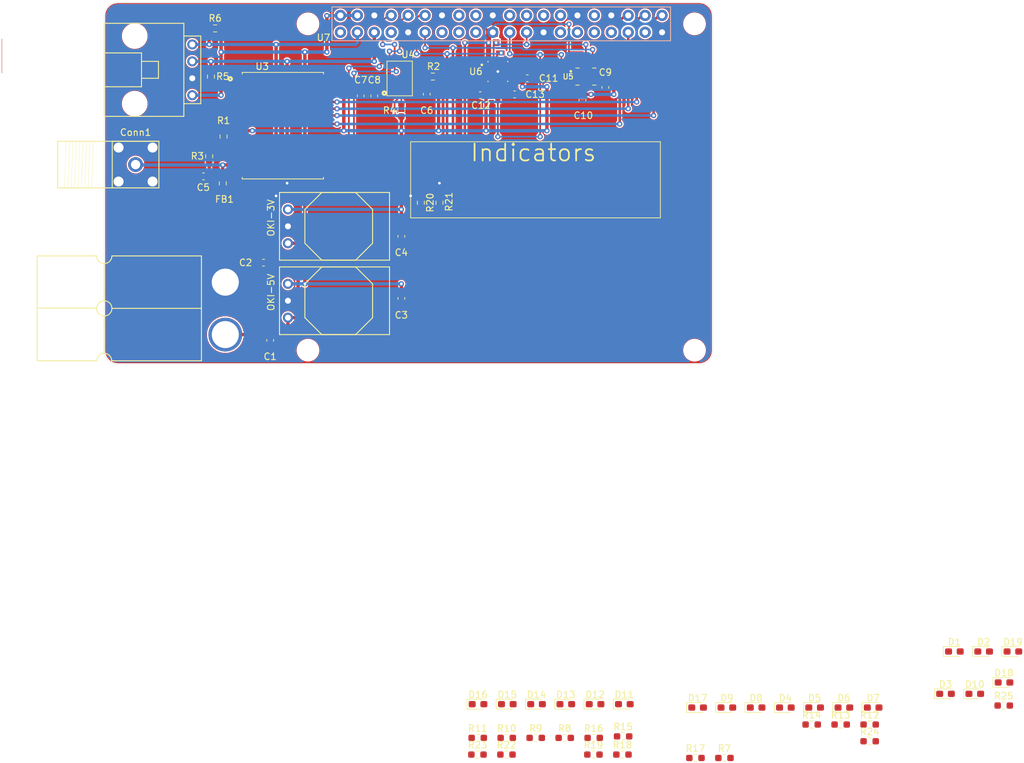
<source format=kicad_pcb>
(kicad_pcb (version 20171130) (host pcbnew "(5.1.4)-1")
  (layers (0 F.Cu signal) (31 B.Cu signal) (34 B.Paste user) (35 F.Paste user) (36 B.SilkS user) (37 F.SilkS user) (38 B.Mask user) (39 F.Mask user) (44 Edge.Cuts user))
  (net 0 "")
  (net 1 GND)
  (net 2 +12V)
  (net 3 +5V)
  (net 4 BMX_ON)
  (net 5 "Net-(C5-Pad1)")
  (net 6 "Net-(C6-Pad2)")
  (net 7 "Net-(C13-Pad2)")
  (net 8 "Net-(Conn1-Pad1)")
  (net 9 LiDAR_SCL)
  (net 10 LiDAR_SDA)
  (net 11 "Net-(D1-Pad2)")
  (net 12 "Net-(D2-Pad2)")
  (net 13 "Net-(D3-Pad2)")
  (net 14 "Net-(D4-Pad2)")
  (net 15 "Net-(D5-Pad2)")
  (net 16 "Net-(D6-Pad2)")
  (net 17 "Net-(D7-Pad2)")
  (net 18 "Net-(D8-Pad2)")
  (net 19 "Net-(D9-Pad2)")
  (net 20 "Net-(D10-Pad2)")
  (net 21 "Net-(D11-Pad2)")
  (net 22 "Net-(D12-Pad2)")
  (net 23 "Net-(D13-Pad2)")
  (net 24 "Net-(D14-Pad2)")
  (net 25 "Net-(D15-Pad2)")
  (net 26 "Net-(D16-Pad2)")
  (net 27 "Net-(D17-Pad2)")
  (net 28 "Net-(D18-Pad2)")
  (net 29 "Net-(D19-Pad2)")
  (net 30 "Net-(R1-Pad2)")
  (net 31 "Net-(R2-Pad2)")
  (net 32 "Net-(R3-Pad2)")
  (net 33 "Net-(R4-Pad2)")
  (net 34 BNO055_TX)
  (net 35 BNO055_RX)
  (net 36 M8P_CS)
  (net 37 ICM_CS)
  (net 38 BMX_CS)
  (net 39 M8P_MOSI)
  (net 40 BMX_MOSI)
  (net 41 M8P_MISO)
  (net 42 BMX_MISO)
  (net 43 "Net-(U3-Pad22)")
  (net 44 M8P_CLK)
  (net 45 "Net-(U3-Pad17)")
  (net 46 "Net-(U3-Pad16)")
  (net 47 "Net-(U3-Pad15)")
  (net 48 "Net-(U3-Pad14)")
  (net 49 "Net-(U3-Pad7)")
  (net 50 "Net-(U3-Pad6)")
  (net 51 "Net-(U3-Pad5)")
  (net 52 "Net-(U3-Pad4)")
  (net 53 "Net-(U3-Pad3)")
  (net 54 "Net-(U3-Pad1)")
  (net 55 "Net-(U4-Pad27)")
  (net 56 "Net-(U4-Pad26)")
  (net 57 "Net-(U4-Pad24)")
  (net 58 "Net-(U4-Pad23)")
  (net 59 "Net-(U4-Pad22)")
  (net 60 "Net-(U4-Pad21)")
  (net 61 "Net-(U4-Pad14)")
  (net 62 "Net-(U4-Pad13)")
  (net 63 "Net-(U4-Pad12)")
  (net 64 "Net-(U4-Pad10)")
  (net 65 "Net-(U4-Pad8)")
  (net 66 "Net-(U4-Pad7)")
  (net 67 "Net-(U4-Pad1)")
  (net 68 BMX_CLK)
  (net 69 "Net-(U5-Pad11)")
  (net 70 "Net-(U5-Pad10)")
  (net 71 "Net-(U5-Pad9)")
  (net 72 "Net-(U5-Pad4)")
  (net 73 "Net-(U6-Pad21)")
  (net 74 "Net-(U6-Pad19)")
  (net 75 "Net-(U6-Pad17)")
  (net 76 "Net-(U6-Pad16)")
  (net 77 "Net-(U6-Pad15)")
  (net 78 "Net-(U6-Pad14)")
  (net 79 "Net-(U6-Pad12)")
  (net 80 "Net-(U6-Pad7)")
  (net 81 "Net-(U6-Pad6)")
  (net 82 "Net-(U6-Pad5)")
  (net 83 "Net-(U6-Pad4)")
  (net 84 "Net-(U6-Pad3)")
  (net 85 "Net-(U6-Pad2)")
  (net 86 "Net-(U6-Pad1)")
  (net 87 "Net-(U7-Pad37)")
  (net 88 "Net-(U7-Pad33)")
  (net 89 "Net-(U7-Pad32)")
  (net 90 "Net-(U7-Pad31)")
  (net 91 "Net-(U7-Pad29)")
  (net 92 "Net-(U7-Pad28)")
  (net 93 "Net-(U7-Pad27)")
  (net 94 "Net-(U7-Pad26)")
  (net 95 "Net-(U7-Pad24)")
  (net 96 "Net-(U7-Pad22)")
  (net 97 "Net-(U7-Pad17)")
  (net 98 "Net-(U7-Pad16)")
  (net 99 "Net-(U7-Pad15)")
  (net 100 "Net-(U7-Pad13)")
  (net 101 "Net-(U7-Pad7)")
  (net 102 "Net-(U7-Pad1)")
  (net 103 +3V3)
  (module MRDT_Shields:RaspberryPi_THT_BOTTOM (layer F.Cu) (at 78.742 91.394)
    (fp_text reference U7 (at 48.258 -48.468) (layer F.SilkS))
    (fp_text value Raspberry_Pi)
    (pad "" np_thru_hole circle (at 103.93 -1.546) (size 3 3) (drill 3) (layers *.Cu *.Mask))
    (pad "" np_thru_hole circle (at 103.93 -50.546) (size 3 3) (drill 3) (layers *.Cu *.Mask))
    (pad "" np_thru_hole circle (at 45.93 -1.546) (size 3 3) (drill 3) (layers *.Cu *.Mask))
    (pad "" np_thru_hole circle (at 45.93 -50.546) (size 3 3) (drill 3) (layers *.Cu *.Mask))
    (pad 40 thru_hole circle (at 99.06 -51.816) (size 1.7 1.7) (drill 0.9) (layers *.Cu *.Mask) (net 44 M8P_CLK))
    (pad 39 thru_hole circle (at 99.06 -49.276) (size 1.7 1.7) (drill 0.9) (layers *.Cu *.Mask) (net 1 GND))
    (pad 38 thru_hole circle (at 96.52 -51.816) (size 1.7 1.7) (drill 0.9) (layers *.Cu *.Mask) (net 39 M8P_MOSI))
    (pad 37 thru_hole circle (at 96.52 -49.276) (size 1.7 1.7) (drill 0.9) (layers *.Cu *.Mask) (net 87 "Net-(U7-Pad37)"))
    (pad 36 thru_hole circle (at 93.98 -51.816) (size 1.7 1.7) (drill 0.9) (layers *.Cu *.Mask) (net 36 M8P_CS))
    (pad 35 thru_hole circle (at 93.98 -49.276) (size 1.7 1.7) (drill 0.9) (layers *.Cu *.Mask) (net 41 M8P_MISO))
    (pad 34 thru_hole circle (at 91.44 -51.816) (size 1.7 1.7) (drill 0.9) (layers *.Cu *.Mask) (net 1 GND))
    (pad 33 thru_hole circle (at 91.44 -49.276) (size 1.7 1.7) (drill 0.9) (layers *.Cu *.Mask) (net 88 "Net-(U7-Pad33)"))
    (pad 32 thru_hole circle (at 88.9 -51.816) (size 1.7 1.7) (drill 0.9) (layers *.Cu *.Mask) (net 89 "Net-(U7-Pad32)"))
    (pad 31 thru_hole circle (at 88.9 -49.276) (size 1.7 1.7) (drill 0.9) (layers *.Cu *.Mask) (net 90 "Net-(U7-Pad31)"))
    (pad 30 thru_hole circle (at 86.36 -51.816) (size 1.7 1.7) (drill 0.9) (layers *.Cu *.Mask) (net 1 GND))
    (pad 29 thru_hole circle (at 86.36 -49.276) (size 1.7 1.7) (drill 0.9) (layers *.Cu *.Mask) (net 91 "Net-(U7-Pad29)"))
    (pad 28 thru_hole circle (at 83.82 -51.816) (size 1.7 1.7) (drill 0.9) (layers *.Cu *.Mask) (net 92 "Net-(U7-Pad28)"))
    (pad 27 thru_hole circle (at 83.82 -49.276) (size 1.7 1.7) (drill 0.9) (layers *.Cu *.Mask) (net 93 "Net-(U7-Pad27)"))
    (pad 26 thru_hole circle (at 81.28 -51.816) (size 1.7 1.7) (drill 0.9) (layers *.Cu *.Mask) (net 94 "Net-(U7-Pad26)"))
    (pad 25 thru_hole circle (at 81.28 -49.276) (size 1.7 1.7) (drill 0.9) (layers *.Cu *.Mask) (net 1 GND))
    (pad 24 thru_hole circle (at 78.74 -51.816) (size 1.7 1.7) (drill 0.9) (layers *.Cu *.Mask) (net 95 "Net-(U7-Pad24)"))
    (pad 23 thru_hole circle (at 78.74 -49.276) (size 1.7 1.7) (drill 0.9) (layers *.Cu *.Mask) (net 68 BMX_CLK))
    (pad 22 thru_hole circle (at 76.2 -51.816) (size 1.7 1.7) (drill 0.9) (layers *.Cu *.Mask) (net 96 "Net-(U7-Pad22)"))
    (pad 21 thru_hole circle (at 76.2 -49.276) (size 1.7 1.7) (drill 0.9) (layers *.Cu *.Mask) (net 42 BMX_MISO))
    (pad 20 thru_hole circle (at 73.66 -51.816) (size 1.7 1.7) (drill 0.9) (layers *.Cu *.Mask) (net 1 GND))
    (pad 19 thru_hole circle (at 73.66 -49.276) (size 1.7 1.7) (drill 0.9) (layers *.Cu *.Mask) (net 40 BMX_MOSI))
    (pad 18 thru_hole circle (at 71.12 -51.816) (size 1.7 1.7) (drill 0.9) (layers *.Cu *.Mask))
    (pad 17 thru_hole circle (at 71.12 -49.276) (size 1.7 1.7) (drill 0.9) (layers *.Cu *.Mask) (net 97 "Net-(U7-Pad17)"))
    (pad 16 thru_hole circle (at 68.58 -51.816) (size 1.7 1.7) (drill 0.9) (layers *.Cu *.Mask) (net 98 "Net-(U7-Pad16)"))
    (pad 15 thru_hole circle (at 68.58 -49.276) (size 1.7 1.7) (drill 0.9) (layers *.Cu *.Mask) (net 99 "Net-(U7-Pad15)"))
    (pad 14 thru_hole circle (at 66.04 -51.816) (size 1.7 1.7) (drill 0.9) (layers *.Cu *.Mask) (net 1 GND))
    (pad 13 thru_hole circle (at 66.04 -49.276) (size 1.7 1.7) (drill 0.9) (layers *.Cu *.Mask) (net 100 "Net-(U7-Pad13)"))
    (pad 12 thru_hole circle (at 63.5 -51.816) (size 1.7 1.7) (drill 0.9) (layers *.Cu *.Mask) (net 37 ICM_CS))
    (pad 11 thru_hole circle (at 63.5 -49.276) (size 1.7 1.7) (drill 0.9) (layers *.Cu *.Mask) (net 38 BMX_CS))
    (pad 10 thru_hole circle (at 60.96 -51.816) (size 1.7 1.7) (drill 0.9) (layers *.Cu *.Mask) (net 34 BNO055_TX))
    (pad 9 thru_hole circle (at 60.96 -49.276) (size 1.7 1.7) (drill 0.9) (layers *.Cu *.Mask) (net 1 GND))
    (pad 8 thru_hole circle (at 58.42 -51.816) (size 1.7 1.7) (drill 0.9) (layers *.Cu *.Mask) (net 35 BNO055_RX))
    (pad 7 thru_hole circle (at 58.42 -49.276) (size 1.7 1.7) (drill 0.9) (layers *.Cu *.Mask) (net 101 "Net-(U7-Pad7)"))
    (pad 6 thru_hole circle (at 55.88 -51.816) (size 1.7 1.7) (drill 0.9) (layers *.Cu *.Mask) (net 1 GND))
    (pad 5 thru_hole circle (at 55.88 -49.276) (size 1.7 1.7) (drill 0.9) (layers *.Cu *.Mask) (net 9 LiDAR_SCL))
    (pad 4 thru_hole circle (at 53.34 -51.816) (size 1.7 1.7) (drill 0.9) (layers *.Cu *.Mask) (net 3 +5V))
    (pad 3 thru_hole circle (at 53.34 -49.276) (size 1.7 1.7) (drill 0.9) (layers *.Cu *.Mask) (net 10 LiDAR_SDA))
    (pad 2 thru_hole circle (at 50.8 -51.816) (size 1.7 1.7) (drill 0.9) (layers *.Cu *.Mask) (net 3 +5V))
    (pad 1 thru_hole circle (at 50.8 -49.276) (size 1.7 1.7) (drill 0.9) (layers *.Cu *.Mask) (net 102 "Net-(U7-Pad1)"))
  )
  (module MRDT_ICs:ICM_20948 (layer F.Cu) (at 153.162 48.006)
    (fp_text reference U6 (at -3.302 0) (layer F.SilkS) (effects (font (thickness 0.1524))))
    (fp_text value ICM-20948)
    (pad 24 smd rect (at -1 -1.545) (size 0.22 0.64) (layers F.Cu F.Paste F.Mask) (net 40 BMX_MOSI))
    (pad 23 smd rect (at -0.6 -1.545) (size 0.22 0.64) (layers F.Cu F.Paste F.Mask) (net 68 BMX_CLK))
    (pad 22 smd rect (at -0.2 -1.545) (size 0.22 0.64) (layers F.Cu F.Paste F.Mask) (net 37 ICM_CS))
    (pad 21 smd rect (at 0.2 -1.545) (size 0.22 0.64) (layers F.Cu F.Paste F.Mask) (net 73 "Net-(U6-Pad21)"))
    (pad 20 smd rect (at 0.6 -1.545) (size 0.22 0.64) (layers F.Cu F.Paste F.Mask) (net 1 GND))
    (pad 19 smd rect (at 1 -1.545) (size 0.22 0.64) (layers F.Cu F.Paste F.Mask) (net 74 "Net-(U6-Pad19)"))
    (pad 18 smd rect (at 1.545 -1) (size 0.64 0.22) (layers F.Cu F.Paste F.Mask) (net 1 GND))
    (pad 17 smd rect (at 1.545 -0.6) (size 0.64 0.22) (layers F.Cu F.Paste F.Mask) (net 75 "Net-(U6-Pad17)"))
    (pad 16 smd rect (at 1.545 -0.2) (size 0.64 0.22) (layers F.Cu F.Paste F.Mask) (net 76 "Net-(U6-Pad16)"))
    (pad 15 smd rect (at 1.545 0.2) (size 0.64 0.22) (layers F.Cu F.Paste F.Mask) (net 77 "Net-(U6-Pad15)"))
    (pad 14 smd rect (at 1.545 0.6) (size 0.64 0.22) (layers F.Cu F.Paste F.Mask) (net 78 "Net-(U6-Pad14)"))
    (pad 13 smd rect (at 1.545 1) (size 0.64 0.22) (layers F.Cu F.Paste F.Mask) (net 103 +3V3))
    (pad 12 smd rect (at 1 1.545) (size 0.22 0.64) (layers F.Cu F.Paste F.Mask) (net 79 "Net-(U6-Pad12)"))
    (pad 11 smd rect (at 0.6 1.545) (size 0.22 0.64) (layers F.Cu F.Paste F.Mask) (net 1 GND))
    (pad 10 smd rect (at 0.2 1.545) (size 0.22 0.64) (layers F.Cu F.Paste F.Mask) (net 7 "Net-(C13-Pad2)"))
    (pad 9 smd rect (at -0.2 1.545) (size 0.22 0.64) (layers F.Cu F.Paste F.Mask) (net 42 BMX_MISO))
    (pad 8 smd rect (at -0.6 1.545) (size 0.22 0.64) (layers F.Cu F.Paste F.Mask) (net 103 +3V3))
    (pad 7 smd rect (at -1 1.545) (size 0.22 0.64) (layers F.Cu F.Paste F.Mask) (net 80 "Net-(U6-Pad7)"))
    (pad 6 smd rect (at -1.545 1) (size 0.64 0.22) (layers F.Cu F.Paste F.Mask) (net 81 "Net-(U6-Pad6)"))
    (pad 5 smd rect (at -1.545 0.6) (size 0.64 0.22) (layers F.Cu F.Paste F.Mask) (net 82 "Net-(U6-Pad5)"))
    (pad 4 smd rect (at -1.545 0.2) (size 0.64 0.22) (layers F.Cu F.Paste F.Mask) (net 83 "Net-(U6-Pad4)"))
    (pad 3 smd rect (at -1.545 -0.2) (size 0.64 0.22) (layers F.Cu F.Paste F.Mask) (net 84 "Net-(U6-Pad3)"))
    (pad 2 smd rect (at -1.545 -0.6) (size 0.64 0.22) (layers F.Cu F.Paste F.Mask) (net 85 "Net-(U6-Pad2)"))
    (pad 1 smd rect (at -1.545 -1) (size 0.64 0.22) (layers F.Cu F.Paste F.Mask) (net 86 "Net-(U6-Pad1)"))
  )
  (module MRDT_ICs:BMX160 (layer F.Cu) (at 166.37 48.768)
    (fp_text reference U5 (at -2.667 0) (layer F.SilkS) (effects (font (size 0.8 0.8) (thickness 0.1524))))
    (fp_text value BMX160)
    (pad 14 smd rect (at -0.5 -0.91) (size 0.35 0.58) (layers F.Cu F.Paste F.Mask) (net 40 BMX_MOSI))
    (pad 13 smd rect (at 0 -0.91) (size 0.35 0.58) (layers F.Cu F.Paste F.Mask) (net 68 BMX_CLK))
    (pad 12 smd rect (at 0.5 -0.91) (size 0.35 0.58) (layers F.Cu F.Paste F.Mask) (net 38 BMX_CS))
    (pad 11 smd rect (at 1.16 -0.75) (size 0.58 0.35) (layers F.Cu F.Paste F.Mask) (net 69 "Net-(U5-Pad11)"))
    (pad 10 smd rect (at 1.16 -0.25) (size 0.58 0.35) (layers F.Cu F.Paste F.Mask) (net 70 "Net-(U5-Pad10)"))
    (pad 9 smd rect (at 1.16 0.25) (size 0.58 0.35) (layers F.Cu F.Paste F.Mask) (net 71 "Net-(U5-Pad9)"))
    (pad 8 smd rect (at 1.16 0.75) (size 0.58 0.35) (layers F.Cu F.Paste F.Mask) (net 103 +3V3))
    (pad 7 smd rect (at 0.5 0.91) (size 0.35 0.58) (layers F.Cu F.Paste F.Mask) (net 1 GND))
    (pad 6 smd rect (at 0 0.91) (size 0.35 0.58) (layers F.Cu F.Paste F.Mask) (net 1 GND))
    (pad 5 smd rect (at -0.5 0.91) (size 0.35 0.58) (layers F.Cu F.Paste F.Mask) (net 103 +3V3))
    (pad 4 smd rect (at -1.16 0.75) (size 0.58 0.35) (layers F.Cu F.Paste F.Mask) (net 72 "Net-(U5-Pad4)"))
    (pad 3 smd rect (at -1.16 0.25) (size 0.58 0.35) (layers F.Cu F.Paste F.Mask) (net 1 GND))
    (pad 2 smd rect (at -1.16 -0.25) (size 0.58 0.35) (layers F.Cu F.Paste F.Mask) (net 1 GND))
    (pad 1 smd rect (at -1.16 -0.75) (size 0.58 0.35) (layers F.Cu F.Paste F.Mask) (net 42 BMX_MISO))
  )
  (module MRDT_ICs:BNO055 (layer F.Cu) (at 138.43 49.0485 90)
    (fp_text reference U4 (at 3.5825 1.27 180) (layer F.SilkS) (effects (font (size 1.001008 1.001008) (thickness 0.1524))))
    (fp_text value BNO055)
    (pad 28 smd rect (at -1.75 -1.5625 90) (size 0.3 0.525) (layers F.Cu F.Paste F.Mask) (net 103 +3V3))
    (pad 27 smd rect (at -1.25 -1.5625 90) (size 0.3 0.525) (layers F.Cu F.Paste F.Mask) (net 55 "Net-(U4-Pad27)"))
    (pad 26 smd rect (at -0.75 -1.5625 90) (size 0.3 0.525) (layers F.Cu F.Paste F.Mask) (net 56 "Net-(U4-Pad26)"))
    (pad 25 smd rect (at -0.25 -1.5625 90) (size 0.3 0.525) (layers F.Cu F.Paste F.Mask) (net 1 GND))
    (pad 24 smd rect (at 0.25 -1.5625 90) (size 0.3 0.525) (layers F.Cu F.Paste F.Mask) (net 57 "Net-(U4-Pad24)"))
    (pad 23 smd rect (at 0.75 -1.5625 90) (size 0.3 0.525) (layers F.Cu F.Paste F.Mask) (net 58 "Net-(U4-Pad23)"))
    (pad 22 smd rect (at 1.25 -1.5625 90) (size 0.3 0.525) (layers F.Cu F.Paste F.Mask) (net 59 "Net-(U4-Pad22)"))
    (pad 21 smd rect (at 1.75 -1.5625 90) (size 0.3 0.525) (layers F.Cu F.Paste F.Mask) (net 60 "Net-(U4-Pad21)"))
    (pad 20 smd rect (at 2.25 -1.5625 90) (size 0.3 0.525) (layers F.Cu F.Paste F.Mask) (net 34 BNO055_TX))
    (pad 19 smd rect (at 2.3125 -0.75 90) (size 0.425 0.3) (layers F.Cu F.Paste F.Mask) (net 35 BNO055_RX))
    (pad 18 smd rect (at 2.3125 -0.25 90) (size 0.425 0.3) (layers F.Cu F.Paste F.Mask) (net 1 GND))
    (pad 17 smd rect (at 2.3125 0.25 90) (size 0.425 0.3) (layers F.Cu F.Paste F.Mask) (net 1 GND))
    (pad 16 smd rect (at 2.3125 0.75 90) (size 0.425 0.3) (layers F.Cu F.Paste F.Mask) (net 1 GND))
    (pad 15 smd rect (at 2.25 1.5625 90) (size 0.3 0.525) (layers F.Cu F.Paste F.Mask) (net 1 GND))
    (pad 14 smd rect (at 1.75 1.5625 90) (size 0.3 0.525) (layers F.Cu F.Paste F.Mask) (net 61 "Net-(U4-Pad14)"))
    (pad 13 smd rect (at 1.25 1.5625 90) (size 0.3 0.525) (layers F.Cu F.Paste F.Mask) (net 62 "Net-(U4-Pad13)"))
    (pad 12 smd rect (at 0.75 1.5625 90) (size 0.3 0.525) (layers F.Cu F.Paste F.Mask) (net 63 "Net-(U4-Pad12)"))
    (pad 11 smd rect (at 0.25 1.5625 90) (size 0.3 0.525) (layers F.Cu F.Paste F.Mask) (net 31 "Net-(R2-Pad2)"))
    (pad 10 smd rect (at -0.25 1.5625 90) (size 0.3 0.525) (layers F.Cu F.Paste F.Mask) (net 64 "Net-(U4-Pad10)"))
    (pad 9 smd rect (at -0.75 1.5625 90) (size 0.3 0.525) (layers F.Cu F.Paste F.Mask) (net 6 "Net-(C6-Pad2)"))
    (pad 8 smd rect (at -1.25 1.5625 90) (size 0.3 0.525) (layers F.Cu F.Paste F.Mask) (net 65 "Net-(U4-Pad8)"))
    (pad 7 smd rect (at -1.75 1.5625 90) (size 0.3 0.525) (layers F.Cu F.Paste F.Mask) (net 66 "Net-(U4-Pad7)"))
    (pad 6 smd rect (at -2.25 1.5625 90) (size 0.3 0.525) (layers F.Cu F.Paste F.Mask) (net 1 GND))
    (pad 5 smd rect (at -2.3125 0.75 90) (size 0.425 0.3) (layers F.Cu F.Paste F.Mask) (net 103 +3V3))
    (pad 4 smd rect (at -2.3125 0.25 90) (size 0.425 0.3) (layers F.Cu F.Paste F.Mask) (net 33 "Net-(R4-Pad2)"))
    (pad 3 smd rect (at -2.3125 -0.25 90) (size 0.425 0.3) (layers F.Cu F.Paste F.Mask) (net 103 +3V3))
    (pad 2 smd rect (at -2.3125 -0.75 90) (size 0.425 0.3) (layers F.Cu F.Paste F.Mask) (net 1 GND))
    (pad 1 smd rect (at -2.25 -1.5625 90) (size 0.3 0.525) (layers F.Cu F.Paste F.Mask) (net 67 "Net-(U4-Pad1)"))
  )
  (module MRDT_ICs:MODULE_NEO-M8P-2 (layer F.Cu) (at 120.904 56.134)
    (fp_text reference U3 (at -3.098795 -8.89) (layer F.SilkS) (effects (font (size 1.001126 1.001126) (thickness 0.1524))))
    (fp_text value NEO-M8P-2)
    (pad 24 smd rect (at 6 -7) (size 1.8 0.8) (layers F.Cu) (net 1 GND))
    (pad 23 smd rect (at 6 -5.9) (size 1.8 0.8) (layers F.Cu) (net 103 +3V3))
    (pad 22 smd rect (at 6 -4.8) (size 1.8 0.8) (layers F.Cu) (net 43 "Net-(U3-Pad22)"))
    (pad 21 smd rect (at 6 -3.7) (size 1.8 0.8) (layers F.Cu) (net 39 M8P_MOSI))
    (pad 20 smd rect (at 6 -2.6) (size 1.8 0.8) (layers F.Cu) (net 41 M8P_MISO))
    (pad 19 smd rect (at 6 -1.5) (size 1.8 0.8) (layers F.Cu) (net 44 M8P_CLK))
    (pad 18 smd rect (at 6 -0.4) (size 1.8 0.8) (layers F.Cu) (net 36 M8P_CS))
    (pad 17 smd rect (at 6 2.6) (size 1.8 0.8) (layers F.Cu) (net 45 "Net-(U3-Pad17)"))
    (pad 16 smd rect (at 6 3.7) (size 1.8 0.8) (layers F.Cu) (net 46 "Net-(U3-Pad16)"))
    (pad 15 smd rect (at 6 4.8) (size 1.8 0.8) (layers F.Cu) (net 47 "Net-(U3-Pad15)"))
    (pad 14 smd rect (at 6 5.9) (size 1.8 0.8) (layers F.Cu) (net 48 "Net-(U3-Pad14)"))
    (pad 13 smd rect (at 6 7) (size 1.8 0.8) (layers F.Cu) (net 1 GND))
    (pad 12 smd rect (at -6 7) (size 1.8 0.8) (layers F.Cu) (net 1 GND))
    (pad 11 smd rect (at -6 5.9) (size 1.8 0.8) (layers F.Cu) (net 8 "Net-(Conn1-Pad1)"))
    (pad 10 smd rect (at -6 4.8) (size 1.8 0.8) (layers F.Cu) (net 1 GND))
    (pad 9 smd rect (at -6 3.7) (size 1.8 0.8) (layers F.Cu) (net 32 "Net-(R3-Pad2)"))
    (pad 8 smd rect (at -6 2.6) (size 1.8 0.8) (layers F.Cu) (net 30 "Net-(R1-Pad2)"))
    (pad 7 smd rect (at -6 -0.4) (size 1.8 0.8) (layers F.Cu) (net 49 "Net-(U3-Pad7)"))
    (pad 6 smd rect (at -6 -1.5) (size 1.8 0.8) (layers F.Cu) (net 50 "Net-(U3-Pad6)"))
    (pad 5 smd rect (at -6 -2.6) (size 1.8 0.8) (layers F.Cu) (net 51 "Net-(U3-Pad5)"))
    (pad 4 smd rect (at -6 -3.7) (size 1.8 0.8) (layers F.Cu) (net 52 "Net-(U3-Pad4)"))
    (pad 3 smd rect (at -6 -4.8) (size 1.8 0.8) (layers F.Cu) (net 53 "Net-(U3-Pad3)"))
    (pad 2 smd rect (at -6 -5.9) (size 1.8 0.8) (layers F.Cu) (net 1 GND))
    (pad 1 smd rect (at -6 -7) (size 1.8 0.8) (layers F.Cu) (net 54 "Net-(U3-Pad1)"))
  )
  (module MRDT_Devices:OKI_Horizontal (layer F.Cu) (at 121.666 73.787 90)
    (fp_text reference U2 hide)
    (fp_text value OKI-3V (at 3.81 -2.54 90) (layer F.SilkS))
    (pad 3 thru_hole circle (at 5.08 0 90) (size 1.524 1.524) (drill 0.889) (layers *.Cu *.Mask) (net 103 +3V3))
    (pad 2 thru_hole circle (at 2.54 0 90) (size 1.524 1.524) (drill 0.889) (layers *.Cu *.Mask) (net 1 GND))
    (pad 1 thru_hole circle (at 0 0 90) (size 1.524 1.524) (drill 0.889) (layers *.Cu *.Mask) (net 2 +12V))
  )
  (module MRDT_Devices:OKI_Horizontal (layer F.Cu) (at 121.666 84.963 90)
    (fp_text reference U1 hide)
    (fp_text value OKI-5V (at 3.81 -2.54 90) (layer F.SilkS))
    (pad 3 thru_hole circle (at 5.08 0 90) (size 1.524 1.524) (drill 0.889) (layers *.Cu *.Mask) (net 3 +5V))
    (pad 2 thru_hole circle (at 2.54 0 90) (size 1.524 1.524) (drill 0.889) (layers *.Cu *.Mask) (net 1 GND))
    (pad 1 thru_hole circle (at 0 0 90) (size 1.524 1.524) (drill 0.889) (layers *.Cu *.Mask) (net 2 +12V))
  )
  (module Resistor_SMD:R_0603_1608Metric_Pad0.98x0.95mm_HandSolder (layer F.Cu) (at 229.066 143.196)
    (fp_text reference R25 (at 0 -1.43) (layer F.SilkS))
    (fp_text value 330)
    (pad 2 smd roundrect (at 0.9125 0) (size 0.975 0.95) (layers F.Cu F.Paste F.Mask) (net 29 "Net-(D19-Pad2)"))
    (pad 1 smd roundrect (at -0.9125 0) (size 0.975 0.95) (layers F.Cu F.Paste F.Mask) (net 4 BMX_ON))
  )
  (module Resistor_SMD:R_0603_1608Metric_Pad0.98x0.95mm_HandSolder (layer F.Cu) (at 208.948 148.56)
    (fp_text reference R24 (at 0 -1.43) (layer F.SilkS))
    (fp_text value 330)
    (pad 2 smd roundrect (at 0.9125 0) (size 0.975 0.95) (layers F.Cu F.Paste F.Mask) (net 28 "Net-(D18-Pad2)"))
    (pad 1 smd roundrect (at -0.9125 0) (size 0.975 0.95) (layers F.Cu F.Paste F.Mask) (net 4 BMX_ON))
  )
  (module Resistor_SMD:R_0603_1608Metric_Pad0.98x0.95mm_HandSolder (layer F.Cu) (at 150.104 150.562)
    (fp_text reference R23 (at 0 -1.43) (layer F.SilkS))
    (fp_text value 330)
    (pad 2 smd roundrect (at 0.9125 0) (size 0.975 0.95) (layers F.Cu F.Paste F.Mask) (net 27 "Net-(D17-Pad2)"))
    (pad 1 smd roundrect (at -0.9125 0) (size 0.975 0.95) (layers F.Cu F.Paste F.Mask) (net 4 BMX_ON))
  )
  (module Resistor_SMD:R_0603_1608Metric_Pad0.98x0.95mm_HandSolder (layer F.Cu) (at 154.454 150.562)
    (fp_text reference R22 (at 0 -1.43) (layer F.SilkS))
    (fp_text value 330)
    (pad 2 smd roundrect (at 0.9125 0) (size 0.975 0.95) (layers F.Cu F.Paste F.Mask) (net 26 "Net-(D16-Pad2)"))
    (pad 1 smd roundrect (at -0.9125 0) (size 0.975 0.95) (layers F.Cu F.Paste F.Mask) (net 4 BMX_ON))
  )
  (module Resistor_SMD:R_0603_1608Metric_Pad0.98x0.95mm_HandSolder (layer F.Cu) (at 144.399 67.7145 270)
    (fp_text reference R21 (at -0.1505 -1.43 270) (layer F.SilkS))
    (fp_text value 520)
    (pad 2 smd roundrect (at 0.9125 0 270) (size 0.975 0.95) (layers F.Cu F.Paste F.Mask) (net 25 "Net-(D15-Pad2)"))
    (pad 1 smd roundrect (at -0.9125 0 270) (size 0.975 0.95) (layers F.Cu F.Paste F.Mask) (net 9 LiDAR_SCL))
  )
  (module Resistor_SMD:R_0603_1608Metric_Pad0.98x0.95mm_HandSolder (layer F.Cu) (at 141.605 67.7145 270)
    (fp_text reference R20 (at -0.0235 -1.397 270) (layer F.SilkS))
    (fp_text value 520)
    (pad 2 smd roundrect (at 0.9125 0 270) (size 0.975 0.95) (layers F.Cu F.Paste F.Mask) (net 24 "Net-(D14-Pad2)"))
    (pad 1 smd roundrect (at -0.9125 0 270) (size 0.975 0.95) (layers F.Cu F.Paste F.Mask) (net 10 LiDAR_SDA))
  )
  (module Resistor_SMD:R_0603_1608Metric_Pad0.98x0.95mm_HandSolder (layer F.Cu) (at 167.504 150.562)
    (fp_text reference R19 (at 0 -1.43) (layer F.SilkS))
    (fp_text value 520)
    (pad 2 smd roundrect (at 0.9125 0) (size 0.975 0.95) (layers F.Cu F.Paste F.Mask) (net 23 "Net-(D13-Pad2)"))
    (pad 1 smd roundrect (at -0.9125 0) (size 0.975 0.95) (layers F.Cu F.Paste F.Mask) (net 42 BMX_MISO))
  )
  (module Resistor_SMD:R_0603_1608Metric_Pad0.98x0.95mm_HandSolder (layer F.Cu) (at 171.854 150.562)
    (fp_text reference R18 (at 0 -1.43) (layer F.SilkS))
    (fp_text value 520)
    (pad 2 smd roundrect (at 0.9125 0) (size 0.975 0.95) (layers F.Cu F.Paste F.Mask) (net 22 "Net-(D12-Pad2)"))
    (pad 1 smd roundrect (at -0.9125 0) (size 0.975 0.95) (layers F.Cu F.Paste F.Mask) (net 42 BMX_MISO))
  )
  (module Resistor_SMD:R_0603_1608Metric_Pad0.98x0.95mm_HandSolder (layer F.Cu) (at 182.808 151.07)
    (fp_text reference R17 (at 0 -1.43) (layer F.SilkS))
    (fp_text value 520)
    (pad 2 smd roundrect (at 0.9125 0) (size 0.975 0.95) (layers F.Cu F.Paste F.Mask) (net 21 "Net-(D11-Pad2)"))
    (pad 1 smd roundrect (at -0.9125 0) (size 0.975 0.95) (layers F.Cu F.Paste F.Mask) (net 41 M8P_MISO))
  )
  (module Resistor_SMD:R_0603_1608Metric_Pad0.98x0.95mm_HandSolder (layer F.Cu) (at 167.544 148.052)
    (fp_text reference R16 (at 0 -1.43) (layer F.SilkS))
    (fp_text value 520)
    (pad 2 smd roundrect (at 0.9125 0) (size 0.975 0.95) (layers F.Cu F.Paste F.Mask) (net 20 "Net-(D10-Pad2)"))
    (pad 1 smd roundrect (at -0.9125 0) (size 0.975 0.95) (layers F.Cu F.Paste F.Mask) (net 40 BMX_MOSI))
  )
  (module Resistor_SMD:R_0603_1608Metric_Pad0.98x0.95mm_HandSolder (layer F.Cu) (at 171.958 147.828)
    (fp_text reference R15 (at 0 -1.43) (layer F.SilkS))
    (fp_text value 520)
    (pad 2 smd roundrect (at 0.9125 0) (size 0.975 0.95) (layers F.Cu F.Paste F.Mask) (net 19 "Net-(D9-Pad2)"))
    (pad 1 smd roundrect (at -0.9125 0) (size 0.975 0.95) (layers F.Cu F.Paste F.Mask) (net 40 BMX_MOSI))
  )
  (module Resistor_SMD:R_0603_1608Metric_Pad0.98x0.95mm_HandSolder (layer F.Cu) (at 200.248 146.05)
    (fp_text reference R14 (at 0 -1.43) (layer F.SilkS))
    (fp_text value 520)
    (pad 2 smd roundrect (at 0.9125 0) (size 0.975 0.95) (layers F.Cu F.Paste F.Mask) (net 18 "Net-(D8-Pad2)"))
    (pad 1 smd roundrect (at -0.9125 0) (size 0.975 0.95) (layers F.Cu F.Paste F.Mask) (net 39 M8P_MOSI))
  )
  (module Resistor_SMD:R_0603_1608Metric_Pad0.98x0.95mm_HandSolder (layer F.Cu) (at 204.598 146.05)
    (fp_text reference R13 (at 0 -1.43) (layer F.SilkS))
    (fp_text value 520)
    (pad 2 smd roundrect (at 0.9125 0) (size 0.975 0.95) (layers F.Cu F.Paste F.Mask) (net 17 "Net-(D7-Pad2)"))
    (pad 1 smd roundrect (at -0.9125 0) (size 0.975 0.95) (layers F.Cu F.Paste F.Mask) (net 38 BMX_CS))
  )
  (module Resistor_SMD:R_0603_1608Metric_Pad0.98x0.95mm_HandSolder (layer F.Cu) (at 208.948 146.05)
    (fp_text reference R12 (at 0 -1.43) (layer F.SilkS))
    (fp_text value 520)
    (pad 2 smd roundrect (at 0.9125 0) (size 0.975 0.95) (layers F.Cu F.Paste F.Mask) (net 16 "Net-(D6-Pad2)"))
    (pad 1 smd roundrect (at -0.9125 0) (size 0.975 0.95) (layers F.Cu F.Paste F.Mask) (net 37 ICM_CS))
  )
  (module Resistor_SMD:R_0603_1608Metric_Pad0.98x0.95mm_HandSolder (layer F.Cu) (at 150.144 148.052)
    (fp_text reference R11 (at 0 -1.43) (layer F.SilkS))
    (fp_text value 520)
    (pad 2 smd roundrect (at 0.9125 0) (size 0.975 0.95) (layers F.Cu F.Paste F.Mask) (net 15 "Net-(D5-Pad2)"))
    (pad 1 smd roundrect (at -0.9125 0) (size 0.975 0.95) (layers F.Cu F.Paste F.Mask) (net 36 M8P_CS))
  )
  (module Resistor_SMD:R_0603_1608Metric_Pad0.98x0.95mm_HandSolder (layer F.Cu) (at 154.494 148.052)
    (fp_text reference R10 (at 0 -1.43) (layer F.SilkS))
    (fp_text value 520)
    (pad 2 smd roundrect (at 0.9125 0) (size 0.975 0.95) (layers F.Cu F.Paste F.Mask) (net 14 "Net-(D4-Pad2)"))
    (pad 1 smd roundrect (at -0.9125 0) (size 0.975 0.95) (layers F.Cu F.Paste F.Mask) (net 35 BNO055_RX))
  )
  (module Resistor_SMD:R_0603_1608Metric_Pad0.98x0.95mm_HandSolder (layer F.Cu) (at 158.844 148.052)
    (fp_text reference R9 (at 0 -1.43) (layer F.SilkS))
    (fp_text value 520)
    (pad 2 smd roundrect (at 0.9125 0) (size 0.975 0.95) (layers F.Cu F.Paste F.Mask) (net 13 "Net-(D3-Pad2)"))
    (pad 1 smd roundrect (at -0.9125 0) (size 0.975 0.95) (layers F.Cu F.Paste F.Mask) (net 34 BNO055_TX))
  )
  (module Resistor_SMD:R_0603_1608Metric_Pad0.98x0.95mm_HandSolder (layer F.Cu) (at 163.194 148.052)
    (fp_text reference R8 (at 0 -1.43) (layer F.SilkS))
    (fp_text value 330)
    (pad 2 smd roundrect (at 0.9125 0) (size 0.975 0.95) (layers F.Cu F.Paste F.Mask) (net 12 "Net-(D2-Pad2)"))
    (pad 1 smd roundrect (at -0.9125 0) (size 0.975 0.95) (layers F.Cu F.Paste F.Mask) (net 103 +3V3))
  )
  (module Resistor_SMD:R_0603_1608Metric_Pad0.98x0.95mm_HandSolder (layer F.Cu) (at 187.158 151.07)
    (fp_text reference R7 (at 0 -1.43) (layer F.SilkS))
    (fp_text value 520)
    (pad 2 smd roundrect (at 0.9125 0) (size 0.975 0.95) (layers F.Cu F.Paste F.Mask) (net 11 "Net-(D1-Pad2)"))
    (pad 1 smd roundrect (at -0.9125 0) (size 0.975 0.95) (layers F.Cu F.Paste F.Mask) (net 3 +5V))
  )
  (module Resistor_SMD:R_0603_1608Metric_Pad0.98x0.95mm_HandSolder (layer F.Cu) (at 110.744 41.529 180)
    (fp_text reference R6 (at 0 1.524) (layer F.SilkS))
    (fp_text value 10K)
    (pad 2 smd roundrect (at 0.9125 0 180) (size 0.975 0.95) (layers F.Cu F.Paste F.Mask) (net 10 LiDAR_SDA))
    (pad 1 smd roundrect (at -0.9125 0 180) (size 0.975 0.95) (layers F.Cu F.Paste F.Mask) (net 3 +5V))
  )
  (module Resistor_SMD:R_0603_1608Metric_Pad0.98x0.95mm_HandSolder (layer F.Cu) (at 110.109 48.768 90)
    (fp_text reference R5 (at 0.0235 1.778 180) (layer F.SilkS))
    (fp_text value 10K)
    (pad 2 smd roundrect (at 0.9125 0 90) (size 0.975 0.95) (layers F.Cu F.Paste F.Mask) (net 9 LiDAR_SCL))
    (pad 1 smd roundrect (at -0.9125 0 90) (size 0.975 0.95) (layers F.Cu F.Paste F.Mask) (net 3 +5V))
  )
  (module Resistor_SMD:R_0603_1608Metric_Pad0.98x0.95mm_HandSolder (layer F.Cu) (at 138.684 53.848 90)
    (fp_text reference R4 (at 0 -1.778 180) (layer F.SilkS))
    (fp_text value 10K)
    (pad 2 smd roundrect (at 0.9125 0 90) (size 0.975 0.95) (layers F.Cu F.Paste F.Mask) (net 33 "Net-(R4-Pad2)"))
    (pad 1 smd roundrect (at -0.9125 0 90) (size 0.975 0.95) (layers F.Cu F.Paste F.Mask) (net 103 +3V3))
  )
  (module Resistor_SMD:R_0603_1608Metric_Pad0.98x0.95mm_HandSolder (layer F.Cu) (at 109.855 60.7295 90)
    (fp_text reference R3 (at 0.0235 -1.778 180) (layer F.SilkS))
    (fp_text value 10)
    (pad 2 smd roundrect (at 0.9125 0 90) (size 0.975 0.95) (layers F.Cu F.Paste F.Mask) (net 32 "Net-(R3-Pad2)"))
    (pad 1 smd roundrect (at -0.9125 0 90) (size 0.975 0.95) (layers F.Cu F.Paste F.Mask) (net 5 "Net-(C5-Pad1)"))
  )
  (module Resistor_SMD:R_0603_1608Metric_Pad0.98x0.95mm_HandSolder (layer F.Cu) (at 143.4065 48.768 180)
    (fp_text reference R2 (at -0.1035 1.524) (layer F.SilkS))
    (fp_text value 10K)
    (pad 2 smd roundrect (at 0.9125 0 180) (size 0.975 0.95) (layers F.Cu F.Paste F.Mask) (net 31 "Net-(R2-Pad2)"))
    (pad 1 smd roundrect (at -0.9125 0 180) (size 0.975 0.95) (layers F.Cu F.Paste F.Mask) (net 103 +3V3))
  )
  (module Resistor_SMD:R_0603_1608Metric_Pad0.98x0.95mm_HandSolder (layer F.Cu) (at 112.014 57.7615 270)
    (fp_text reference R1 (at -2.3895 0 180) (layer F.SilkS))
    (fp_text value 10K)
    (pad 2 smd roundrect (at 0.9125 0 270) (size 0.975 0.95) (layers F.Cu F.Paste F.Mask) (net 30 "Net-(R1-Pad2)"))
    (pad 1 smd roundrect (at -0.9125 0 270) (size 0.975 0.95) (layers F.Cu F.Paste F.Mask) (net 103 +3V3))
  )
  (module Resistor_SMD:R_0603_1608Metric_Pad0.98x0.95mm_HandSolder (layer F.Cu) (at 111.887 64.7935 270)
    (fp_text reference FB1 (at 2.3895 -0.254 180) (layer F.SilkS))
    (fp_text value 30@100MHZ/2.0A)
    (pad 2 smd roundrect (at 0.9125 0 270) (size 0.975 0.95) (layers F.Cu F.Paste F.Mask) (net 5 "Net-(C5-Pad1)"))
    (pad 1 smd roundrect (at -0.9125 0 270) (size 0.975 0.95) (layers F.Cu F.Paste F.Mask) (net 8 "Net-(Conn1-Pad1)"))
  )
  (module LED_SMD:LED_0603_1608Metric_Pad1.05x0.95mm_HandSolder (layer F.Cu) (at 230.441 135.086)
    (fp_text reference D19 (at 0 -1.43) (layer F.SilkS))
    (fp_text value GREEN)
    (pad 2 smd roundrect (at 0.875 0) (size 1.05 0.95) (layers F.Cu F.Paste F.Mask) (net 29 "Net-(D19-Pad2)"))
    (pad 1 smd roundrect (at -0.875 0) (size 1.05 0.95) (layers F.Cu F.Paste F.Mask) (net 1 GND))
  )
  (module LED_SMD:LED_0603_1608Metric_Pad1.05x0.95mm_HandSolder (layer F.Cu) (at 229.111 139.736)
    (fp_text reference D18 (at 0 -1.43) (layer F.SilkS))
    (fp_text value GREEN)
    (pad 2 smd roundrect (at 0.875 0) (size 1.05 0.95) (layers F.Cu F.Paste F.Mask) (net 28 "Net-(D18-Pad2)"))
    (pad 1 smd roundrect (at -0.875 0) (size 1.05 0.95) (layers F.Cu F.Paste F.Mask) (net 1 GND))
  )
  (module LED_SMD:LED_0603_1608Metric_Pad1.05x0.95mm_HandSolder (layer F.Cu) (at 183.133 143.5)
    (fp_text reference D17 (at 0 -1.43) (layer F.SilkS))
    (fp_text value GREEN)
    (pad 2 smd roundrect (at 0.875 0) (size 1.05 0.95) (layers F.Cu F.Paste F.Mask) (net 27 "Net-(D17-Pad2)"))
    (pad 1 smd roundrect (at -0.875 0) (size 1.05 0.95) (layers F.Cu F.Paste F.Mask) (net 1 GND))
  )
  (module LED_SMD:LED_0603_1608Metric_Pad1.05x0.95mm_HandSolder (layer F.Cu) (at 150.189 142.992)
    (fp_text reference D16 (at 0 -1.43) (layer F.SilkS))
    (fp_text value GREEN)
    (pad 2 smd roundrect (at 0.875 0) (size 1.05 0.95) (layers F.Cu F.Paste F.Mask) (net 26 "Net-(D16-Pad2)"))
    (pad 1 smd roundrect (at -0.875 0) (size 1.05 0.95) (layers F.Cu F.Paste F.Mask) (net 1 GND))
  )
  (module LED_SMD:LED_0603_1608Metric_Pad1.05x0.95mm_HandSolder (layer F.Cu) (at 154.579 142.992)
    (fp_text reference D15 (at 0 -1.43) (layer F.SilkS))
    (fp_text value BLUE)
    (pad 2 smd roundrect (at 0.875 0) (size 1.05 0.95) (layers F.Cu F.Paste F.Mask) (net 25 "Net-(D15-Pad2)"))
    (pad 1 smd roundrect (at -0.875 0) (size 1.05 0.95) (layers F.Cu F.Paste F.Mask) (net 1 GND))
  )
  (module LED_SMD:LED_0603_1608Metric_Pad1.05x0.95mm_HandSolder (layer F.Cu) (at 158.969 142.992)
    (fp_text reference D14 (at 0 -1.43) (layer F.SilkS))
    (fp_text value BLUE)
    (pad 2 smd roundrect (at 0.875 0) (size 1.05 0.95) (layers F.Cu F.Paste F.Mask) (net 24 "Net-(D14-Pad2)"))
    (pad 1 smd roundrect (at -0.875 0) (size 1.05 0.95) (layers F.Cu F.Paste F.Mask) (net 1 GND))
  )
  (module LED_SMD:LED_0603_1608Metric_Pad1.05x0.95mm_HandSolder (layer F.Cu) (at 163.359 142.992)
    (fp_text reference D13 (at 0 -1.43) (layer F.SilkS))
    (fp_text value BLUE)
    (pad 2 smd roundrect (at 0.875 0) (size 1.05 0.95) (layers F.Cu F.Paste F.Mask) (net 23 "Net-(D13-Pad2)"))
    (pad 1 smd roundrect (at -0.875 0) (size 1.05 0.95) (layers F.Cu F.Paste F.Mask) (net 1 GND))
  )
  (module LED_SMD:LED_0603_1608Metric_Pad1.05x0.95mm_HandSolder (layer F.Cu) (at 167.749 142.992)
    (fp_text reference D12 (at 0 -1.43) (layer F.SilkS))
    (fp_text value BLUE)
    (pad 2 smd roundrect (at 0.875 0) (size 1.05 0.95) (layers F.Cu F.Paste F.Mask) (net 22 "Net-(D12-Pad2)"))
    (pad 1 smd roundrect (at -0.875 0) (size 1.05 0.95) (layers F.Cu F.Paste F.Mask) (net 1 GND))
  )
  (module LED_SMD:LED_0603_1608Metric_Pad1.05x0.95mm_HandSolder (layer F.Cu) (at 172.139 142.992)
    (fp_text reference D11 (at 0 -1.43) (layer F.SilkS))
    (fp_text value BLUE)
    (pad 2 smd roundrect (at 0.875 0) (size 1.05 0.95) (layers F.Cu F.Paste F.Mask) (net 21 "Net-(D11-Pad2)"))
    (pad 1 smd roundrect (at -0.875 0) (size 1.05 0.95) (layers F.Cu F.Paste F.Mask) (net 1 GND))
  )
  (module LED_SMD:LED_0603_1608Metric_Pad1.05x0.95mm_HandSolder (layer F.Cu) (at 224.721 141.436)
    (fp_text reference D10 (at 0 -1.43) (layer F.SilkS))
    (fp_text value BLUE)
    (pad 2 smd roundrect (at 0.875 0) (size 1.05 0.95) (layers F.Cu F.Paste F.Mask) (net 20 "Net-(D10-Pad2)"))
    (pad 1 smd roundrect (at -0.875 0) (size 1.05 0.95) (layers F.Cu F.Paste F.Mask) (net 1 GND))
  )
  (module LED_SMD:LED_0603_1608Metric_Pad1.05x0.95mm_HandSolder (layer F.Cu) (at 187.523 143.5)
    (fp_text reference D9 (at 0 -1.43) (layer F.SilkS))
    (fp_text value BLUE)
    (pad 2 smd roundrect (at 0.875 0) (size 1.05 0.95) (layers F.Cu F.Paste F.Mask) (net 19 "Net-(D9-Pad2)"))
    (pad 1 smd roundrect (at -0.875 0) (size 1.05 0.95) (layers F.Cu F.Paste F.Mask) (net 1 GND))
  )
  (module LED_SMD:LED_0603_1608Metric_Pad1.05x0.95mm_HandSolder (layer F.Cu) (at 191.913 143.5)
    (fp_text reference D8 (at 0 -1.43) (layer F.SilkS))
    (fp_text value BLUE)
    (pad 2 smd roundrect (at 0.875 0) (size 1.05 0.95) (layers F.Cu F.Paste F.Mask) (net 18 "Net-(D8-Pad2)"))
    (pad 1 smd roundrect (at -0.875 0) (size 1.05 0.95) (layers F.Cu F.Paste F.Mask) (net 1 GND))
  )
  (module LED_SMD:LED_0603_1608Metric_Pad1.05x0.95mm_HandSolder (layer F.Cu) (at 209.473 143.5)
    (fp_text reference D7 (at 0 -1.43) (layer F.SilkS))
    (fp_text value BLUE)
    (pad 2 smd roundrect (at 0.875 0) (size 1.05 0.95) (layers F.Cu F.Paste F.Mask) (net 17 "Net-(D7-Pad2)"))
    (pad 1 smd roundrect (at -0.875 0) (size 1.05 0.95) (layers F.Cu F.Paste F.Mask) (net 1 GND))
  )
  (module LED_SMD:LED_0603_1608Metric_Pad1.05x0.95mm_HandSolder (layer F.Cu) (at 205.083 143.5)
    (fp_text reference D6 (at 0 -1.43) (layer F.SilkS))
    (fp_text value BLUE)
    (pad 2 smd roundrect (at 0.875 0) (size 1.05 0.95) (layers F.Cu F.Paste F.Mask) (net 16 "Net-(D6-Pad2)"))
    (pad 1 smd roundrect (at -0.875 0) (size 1.05 0.95) (layers F.Cu F.Paste F.Mask) (net 1 GND))
  )
  (module LED_SMD:LED_0603_1608Metric_Pad1.05x0.95mm_HandSolder (layer F.Cu) (at 200.693 143.5)
    (fp_text reference D5 (at 0 -1.43) (layer F.SilkS))
    (fp_text value BLUE)
    (pad 2 smd roundrect (at 0.875 0) (size 1.05 0.95) (layers F.Cu F.Paste F.Mask) (net 15 "Net-(D5-Pad2)"))
    (pad 1 smd roundrect (at -0.875 0) (size 1.05 0.95) (layers F.Cu F.Paste F.Mask) (net 1 GND))
  )
  (module LED_SMD:LED_0603_1608Metric_Pad1.05x0.95mm_HandSolder (layer F.Cu) (at 196.303 143.5)
    (fp_text reference D4 (at 0 -1.43) (layer F.SilkS))
    (fp_text value BLUE)
    (pad 2 smd roundrect (at 0.875 0) (size 1.05 0.95) (layers F.Cu F.Paste F.Mask) (net 14 "Net-(D4-Pad2)"))
    (pad 1 smd roundrect (at -0.875 0) (size 1.05 0.95) (layers F.Cu F.Paste F.Mask) (net 1 GND))
  )
  (module LED_SMD:LED_0603_1608Metric_Pad1.05x0.95mm_HandSolder (layer F.Cu) (at 220.331 141.436)
    (fp_text reference D3 (at 0 -1.43) (layer F.SilkS))
    (fp_text value BLUE)
    (pad 2 smd roundrect (at 0.875 0) (size 1.05 0.95) (layers F.Cu F.Paste F.Mask) (net 13 "Net-(D3-Pad2)"))
    (pad 1 smd roundrect (at -0.875 0) (size 1.05 0.95) (layers F.Cu F.Paste F.Mask) (net 1 GND))
  )
  (module LED_SMD:LED_0603_1608Metric_Pad1.05x0.95mm_HandSolder (layer F.Cu) (at 226.051 135.086)
    (fp_text reference D2 (at 0 -1.43) (layer F.SilkS))
    (fp_text value GREEN)
    (pad 2 smd roundrect (at 0.875 0) (size 1.05 0.95) (layers F.Cu F.Paste F.Mask) (net 12 "Net-(D2-Pad2)"))
    (pad 1 smd roundrect (at -0.875 0) (size 1.05 0.95) (layers F.Cu F.Paste F.Mask) (net 1 GND))
  )
  (module LED_SMD:LED_0603_1608Metric_Pad1.05x0.95mm_HandSolder (layer F.Cu) (at 221.661 135.086)
    (fp_text reference D1 (at 0 -1.43) (layer F.SilkS))
    (fp_text value GREEN)
    (pad 2 smd roundrect (at 0.875 0) (size 1.05 0.95) (layers F.Cu F.Paste F.Mask) (net 11 "Net-(D1-Pad2)"))
    (pad 1 smd roundrect (at -0.875 0) (size 1.05 0.95) (layers F.Cu F.Paste F.Mask) (net 1 GND))
  )
  (module MRDT_Connectors:Anderson_2_Horizontal_Side_by_Side (layer F.Cu) (at 112.2426 79.629)
    (fp_text reference Conn3 hide)
    (fp_text value AndersonPP)
    (pad 1 thru_hole circle (at 0.0254 0) (size 5.08 5.08) (drill 4.06) (layers *.Cu *.Mask F.Paste) (net 1 GND))
    (pad 2 thru_hole circle (at 0.0254 7.874) (size 5.08 5.08) (drill 4.06) (layers *.Cu *.Mask F.Paste) (net 2 +12V))
  )
  (module MRDT_Connectors:MOLEX_SL_04_Horizontal (layer F.Cu) (at 107.315 51.562 90)
    (fp_text reference Conn2 hide)
    (fp_text value LiDAR)
    (pad "" np_thru_hole circle (at 8.89 -8.636 90) (size 3.45 3.45) (drill 3.45) (layers *.Cu *.Mask))
    (pad "" np_thru_hole circle (at -1.27 -8.636 90) (size 3.45 3.45) (drill 3.45) (layers *.Cu *.Mask))
    (pad 4 thru_hole circle (at 7.62 0 90) (size 1.524 1.524) (drill 0.9) (layers *.Cu *.Mask) (net 10 LiDAR_SDA))
    (pad 3 thru_hole circle (at 5.08 0 90) (size 1.524 1.524) (drill 0.9) (layers *.Cu *.Mask) (net 9 LiDAR_SCL))
    (pad 2 thru_hole circle (at 2.54 0 90) (size 1.524 1.524) (drill 0.9) (layers *.Cu *.Mask) (net 1 GND))
    (pad 1 thru_hole circle (at 0 0 90) (size 1.524 1.524) (drill 0.9) (layers *.Cu *.Mask) (net 3 +5V))
  )
  (module MRDT_Connectors:RP-SMA_Jack_Tru-Hole_Right-Angle (layer F.Cu) (at 98.806 61.976 180)
    (fp_text reference Conn1 (at 0 4.826) (layer F.SilkS))
    (fp_text value RP-SMA)
    (pad 2 thru_hole circle (at -2.55 2.55 270) (size 2.25 2.25) (drill 1.5) (layers *.Cu *.Mask) (net 1 GND))
    (pad 2 thru_hole circle (at 2.55 2.55 270) (size 2.25 2.25) (drill 1.5) (layers *.Cu *.Mask) (net 1 GND))
    (pad 2 thru_hole circle (at 2.55 -2.55 270) (size 2.25 2.25) (drill 1.5) (layers *.Cu *.Mask) (net 1 GND))
    (pad 2 thru_hole circle (at -2.55 -2.55 270) (size 2.25 2.25) (drill 1.5) (layers *.Cu *.Mask) (net 1 GND))
    (pad 1 thru_hole circle (at 0 0 270) (size 2.25 2.25) (drill 1.4) (layers *.Cu *.Mask) (net 8 "Net-(Conn1-Pad1)"))
  )
  (module Capacitor_SMD:C_0603_1608Metric_Pad1.08x0.95mm_HandSolder (layer F.Cu) (at 155.6755 51.435 180)
    (fp_text reference C13 (at -3.0745 0) (layer F.SilkS))
    (fp_text value 0.1uF)
    (pad 2 smd roundrect (at 0.8625 0 180) (size 1.075 0.95) (layers F.Cu F.Paste F.Mask) (net 7 "Net-(C13-Pad2)"))
    (pad 1 smd roundrect (at -0.8625 0 180) (size 1.075 0.95) (layers F.Cu F.Paste F.Mask) (net 1 GND))
  )
  (module Capacitor_SMD:C_0603_1608Metric_Pad1.08x0.95mm_HandSolder (layer F.Cu) (at 150.5215 51.562)
    (fp_text reference C12 (at 0.1005 1.524) (layer F.SilkS))
    (fp_text value 0.1uF)
    (pad 2 smd roundrect (at 0.8625 0) (size 1.075 0.95) (layers F.Cu F.Paste F.Mask) (net 103 +3V3))
    (pad 1 smd roundrect (at -0.8625 0) (size 1.075 0.95) (layers F.Cu F.Paste F.Mask) (net 1 GND))
  )
  (module Capacitor_SMD:C_0603_1608Metric_Pad1.08x0.95mm_HandSolder (layer F.Cu) (at 157.5805 49.022 180)
    (fp_text reference C11 (at -3.2015 0) (layer F.SilkS))
    (fp_text value 0.1uF)
    (pad 2 smd roundrect (at 0.8625 0 180) (size 1.075 0.95) (layers F.Cu F.Paste F.Mask) (net 103 +3V3))
    (pad 1 smd roundrect (at -0.8625 0 180) (size 1.075 0.95) (layers F.Cu F.Paste F.Mask) (net 1 GND))
  )
  (module Capacitor_SMD:C_0603_1608Metric_Pad1.08x0.95mm_HandSolder (layer F.Cu) (at 165.862 52.2975 270)
    (fp_text reference C10 (at 2.3125 -0.127 180) (layer F.SilkS))
    (fp_text value 100nF)
    (pad 2 smd roundrect (at 0.8625 0 270) (size 1.075 0.95) (layers F.Cu F.Paste F.Mask) (net 1 GND))
    (pad 1 smd roundrect (at -0.8625 0 270) (size 1.075 0.95) (layers F.Cu F.Paste F.Mask) (net 103 +3V3))
  )
  (module Capacitor_SMD:C_0603_1608Metric_Pad1.08x0.95mm_HandSolder (layer F.Cu) (at 169.291 50.3925 90)
    (fp_text reference C9 (at 2.2595 0 180) (layer F.SilkS))
    (fp_text value 100nF)
    (pad 2 smd roundrect (at 0.8625 0 90) (size 1.075 0.95) (layers F.Cu F.Paste F.Mask) (net 103 +3V3))
    (pad 1 smd roundrect (at -0.8625 0 90) (size 1.075 0.95) (layers F.Cu F.Paste F.Mask) (net 1 GND))
  )
  (module Capacitor_SMD:C_0603_1608Metric_Pad1.08x0.95mm_HandSolder (layer F.Cu) (at 134.62 51.6625 270)
    (fp_text reference C8 (at -2.3865 0 180) (layer F.SilkS))
    (fp_text value 120nF)
    (pad 2 smd roundrect (at 0.8625 0 270) (size 1.075 0.95) (layers F.Cu F.Paste F.Mask) (net 1 GND))
    (pad 1 smd roundrect (at -0.8625 0 270) (size 1.075 0.95) (layers F.Cu F.Paste F.Mask) (net 103 +3V3))
  )
  (module Capacitor_SMD:C_0603_1608Metric_Pad1.08x0.95mm_HandSolder (layer F.Cu) (at 132.588 51.6625 90)
    (fp_text reference C7 (at 2.3865 0 180) (layer F.SilkS))
    (fp_text value 6.8nF)
    (pad 2 smd roundrect (at 0.8625 0 90) (size 1.075 0.95) (layers F.Cu F.Paste F.Mask) (net 103 +3V3))
    (pad 1 smd roundrect (at -0.8625 0 90) (size 1.075 0.95) (layers F.Cu F.Paste F.Mask) (net 1 GND))
  )
  (module Capacitor_SMD:C_0603_1608Metric_Pad1.08x0.95mm_HandSolder (layer F.Cu) (at 142.494 51.4085 90)
    (fp_text reference C6 (at -2.4395 0 180) (layer F.SilkS))
    (fp_text value 100nF)
    (pad 2 smd roundrect (at 0.8625 0 90) (size 1.075 0.95) (layers F.Cu F.Paste F.Mask) (net 6 "Net-(C6-Pad2)"))
    (pad 1 smd roundrect (at -0.8625 0 90) (size 1.075 0.95) (layers F.Cu F.Paste F.Mask) (net 1 GND))
  )
  (module Capacitor_SMD:C_0603_1608Metric_Pad1.08x0.95mm_HandSolder (layer F.Cu) (at 108.9925 63.754 180)
    (fp_text reference C5 (at 0.0265 -1.651) (layer F.SilkS))
    (fp_text value 47pF)
    (pad 2 smd roundrect (at 0.8625 0 180) (size 1.075 0.95) (layers F.Cu F.Paste F.Mask) (net 1 GND))
    (pad 1 smd roundrect (at -0.8625 0 180) (size 1.075 0.95) (layers F.Cu F.Paste F.Mask) (net 5 "Net-(C5-Pad1)"))
  )
  (module Capacitor_SMD:C_0603_1608Metric_Pad1.08x0.95mm_HandSolder (layer F.Cu) (at 138.684 72.7445 270)
    (fp_text reference C4 (at 2.4395 0 180) (layer F.SilkS))
    (fp_text value 10uF)
    (pad 2 smd roundrect (at 0.8625 0 270) (size 1.075 0.95) (layers F.Cu F.Paste F.Mask) (net 1 GND))
    (pad 1 smd roundrect (at -0.8625 0 270) (size 1.075 0.95) (layers F.Cu F.Paste F.Mask) (net 103 +3V3))
  )
  (module Capacitor_SMD:C_0603_1608Metric_Pad1.08x0.95mm_HandSolder (layer F.Cu) (at 138.684 82.0685 270)
    (fp_text reference C3 (at 2.5135 0 180) (layer F.SilkS))
    (fp_text value 10uF)
    (pad 2 smd roundrect (at 0.8625 0 270) (size 1.075 0.95) (layers F.Cu F.Paste F.Mask) (net 1 GND))
    (pad 1 smd roundrect (at -0.8625 0 270) (size 1.075 0.95) (layers F.Cu F.Paste F.Mask) (net 3 +5V))
  )
  (module Capacitor_SMD:C_0603_1608Metric_Pad1.08x0.95mm_HandSolder (layer F.Cu) (at 118.0095 76.708 180)
    (fp_text reference C2 (at 2.6935 0) (layer F.SilkS))
    (fp_text value 10uF)
    (pad 2 smd roundrect (at 0.8625 0 180) (size 1.075 0.95) (layers F.Cu F.Paste F.Mask) (net 1 GND))
    (pad 1 smd roundrect (at -0.8625 0 180) (size 1.075 0.95) (layers F.Cu F.Paste F.Mask) (net 2 +12V))
  )
  (module Capacitor_SMD:C_0603_1608Metric_Pad1.08x0.95mm_HandSolder (layer F.Cu) (at 118.999 88.3655 270)
    (fp_text reference C1 (at 2.4395 0 180) (layer F.SilkS))
    (fp_text value 10uF)
    (pad 2 smd roundrect (at 0.8625 0 270) (size 1.075 0.95) (layers F.Cu F.Paste F.Mask) (net 1 GND))
    (pad 1 smd roundrect (at -0.8625 0 270) (size 1.075 0.95) (layers F.Cu F.Paste F.Mask) (net 2 +12V))
  )
  (gr_line (start 183.388 37.592) (end 96.139 37.592) (layer Edge.Cuts) (width 0.05))
  (gr_line (start 96.139 91.948) (end 183.388 91.948) (layer Edge.Cuts) (width 0.05))
  (gr_line (start 94.107 89.916) (end 94.107 39.624) (layer Edge.Cuts) (width 0.05))
  (gr_line (start 140.081 69.977) (end 140.081 58.547) (layer F.SilkS) (width 0.12))
  (gr_line (start 177.546 69.977) (end 140.081 69.977) (layer F.SilkS) (width 0.12))
  (gr_line (start 177.546 58.547) (end 177.546 69.977) (layer F.SilkS) (width 0.12))
  (gr_line (start 140.081 58.547) (end 177.546 58.547) (layer F.SilkS) (width 0.12))
  (gr_text Indicators (at 158.496 60.198) (layer F.SilkS) (effects (font (size 2.54 2.54) (thickness 0.254))))
  (gr_line (start 185.42 89.916) (end 185.42 39.624) (layer Edge.Cuts) (width 0.05))
  (gr_arc (start 183.388 89.916) (end 183.388 91.948) (angle -90) (layer Edge.Cuts) (width 0.05))
  (gr_arc (start 96.139 89.916) (end 94.107 89.916) (angle -90) (layer Edge.Cuts) (width 0.05))
  (gr_arc (start 183.388 39.624) (end 185.42 39.624) (angle -90) (layer Edge.Cuts) (width 0.05))
  (gr_arc (start 96.139 39.624) (end 96.139 37.592) (angle -90) (layer Edge.Cuts) (width 0.05))
  (segment (start 153.162 52.197) (end 153.162 57.785) (width 0.254) (layer F.Cu) (net 42))
  (via (at 153.162 48.006) (size 0.8) (drill 0.4) (layers F.Cu B.Cu) (net 1))
  (segment (start 121.666 84.963) (end 122.809 84.963) (width 0.508) (layer F.Cu) (net 2))
  (segment (start 122.809 84.963) (end 123.19 84.582) (width 0.508) (layer F.Cu) (net 2))
  (segment (start 123.19 84.582) (end 123.19 77.216) (width 0.508) (layer F.Cu) (net 2))
  (segment (start 122.682 76.708) (end 118.872 76.708) (width 0.508) (layer F.Cu) (net 2))
  (segment (start 122.936 73.787) (end 121.666 73.787) (width 0.508) (layer F.Cu) (net 2))
  (segment (start 123.19 74.041) (end 122.936 73.787) (width 0.508) (layer F.Cu) (net 2))
  (segment (start 122.682 76.708) (end 123.19 76.708) (width 0.508) (layer F.Cu) (net 2))
  (segment (start 123.19 77.216) (end 123.19 76.708) (width 0.508) (layer F.Cu) (net 2))
  (segment (start 123.19 76.708) (end 123.19 74.041) (width 0.508) (layer F.Cu) (net 2))
  (segment (start 118.999 87.503) (end 121.412 87.503) (width 0.508) (layer F.Cu) (net 2))
  (segment (start 121.666 87.249) (end 121.666 84.963) (width 0.508) (layer F.Cu) (net 2))
  (segment (start 121.412 87.503) (end 121.666 87.249) (width 0.508) (layer F.Cu) (net 2))
  (segment (start 118.999 87.503) (end 112.268 87.503) (width 0.508) (layer F.Cu) (net 2))
  (via (at 138.684 79.883) (size 0.8) (drill 0.4) (layers F.Cu B.Cu) (net 3))
  (segment (start 138.684 81.206) (end 138.684 79.883) (width 0.508) (layer F.Cu) (net 3))
  (via (at 124.206 79.883) (size 0.8) (drill 0.4) (layers F.Cu B.Cu) (net 3))
  (segment (start 124.206 79.883) (end 138.684 79.883) (width 0.508) (layer B.Cu) (net 3))
  (segment (start 121.666 79.883) (end 124.206 79.883) (width 0.508) (layer B.Cu) (net 3))
  (via (at 124.206 45.085) (size 0.8) (drill 0.4) (layers F.Cu B.Cu) (net 3))
  (segment (start 124.206 79.883) (end 124.206 45.085) (width 0.508) (layer F.Cu) (net 3))
  (via (at 111.633 51.562) (size 0.8) (drill 0.4) (layers F.Cu B.Cu) (net 3))
  (segment (start 107.315 51.562) (end 111.633 51.562) (width 0.508) (layer B.Cu) (net 3))
  (segment (start 124.206 45.085) (end 111.633 45.085) (width 0.508) (layer B.Cu) (net 3))
  (via (at 111.633 45.085) (size 0.8) (drill 0.4) (layers F.Cu B.Cu) (net 3))
  (segment (start 111.6095 49.6805) (end 111.633 49.657) (width 0.508) (layer F.Cu) (net 3))
  (segment (start 110.109 49.6805) (end 111.6095 49.6805) (width 0.508) (layer F.Cu) (net 3))
  (segment (start 111.633 45.085) (end 111.633 49.657) (width 0.508) (layer F.Cu) (net 3))
  (segment (start 111.633 49.657) (end 111.633 51.562) (width 0.508) (layer F.Cu) (net 3))
  (segment (start 111.633 41.5525) (end 111.6565 41.529) (width 0.508) (layer F.Cu) (net 3))
  (segment (start 111.633 45.085) (end 111.633 41.5525) (width 0.508) (layer F.Cu) (net 3))
  (via (at 127.508 45.085) (size 0.8) (drill 0.4) (layers F.Cu B.Cu) (net 3))
  (segment (start 124.206 45.085) (end 127.508 45.085) (width 0.508) (layer B.Cu) (net 3))
  (via (at 127.508 39.624) (size 0.8) (drill 0.4) (layers F.Cu B.Cu) (net 3))
  (segment (start 127.508 45.085) (end 127.508 39.624) (width 0.508) (layer F.Cu) (net 3))
  (segment (start 129.496 39.624) (end 129.542 39.578) (width 0.508) (layer B.Cu) (net 3))
  (segment (start 127.508 39.624) (end 129.496 39.624) (width 0.508) (layer B.Cu) (net 3))
  (segment (start 129.542 39.578) (end 132.082 39.578) (width 0.508) (layer B.Cu) (net 3))
  (segment (start 109.855 61.642) (end 109.855 63.754) (width 0.508) (layer F.Cu) (net 5))
  (segment (start 109.855 63.754) (end 109.855 65.405) (width 0.508) (layer F.Cu) (net 5))
  (segment (start 110.156 65.706) (end 111.887 65.706) (width 0.508) (layer F.Cu) (net 5))
  (segment (start 109.855 65.405) (end 110.156 65.706) (width 0.508) (layer F.Cu) (net 5))
  (segment (start 139.9925 49.7985) (end 140.7305 49.7985) (width 0.254) (layer F.Cu) (net 6))
  (segment (start 141.478 50.546) (end 142.494 50.546) (width 0.254) (layer F.Cu) (net 6))
  (segment (start 140.7305 49.7985) (end 141.478 50.546) (width 0.254) (layer F.Cu) (net 6))
  (segment (start 98.864 62.034) (end 98.806 61.976) (width 0.508) (layer B.Cu) (net 8))
  (via (at 111.887 62.034) (size 0.8) (drill 0.4) (layers F.Cu B.Cu) (net 8))
  (segment (start 111.945 62.034) (end 98.864 62.034) (width 0.508) (layer B.Cu) (net 8))
  (segment (start 114.904 62.034) (end 111.887 62.034) (width 0.508) (layer F.Cu) (net 8))
  (segment (start 111.887 62.034) (end 111.887 63.881) (width 0.508) (layer F.Cu) (net 8))
  (via (at 134.62 46.482) (size 0.8) (drill 0.4) (layers F.Cu B.Cu) (net 9))
  (segment (start 134.112 46.482) (end 134.62 46.482) (width 0.508) (layer B.Cu) (net 9))
  (segment (start 134.62 42.12) (end 134.622 42.118) (width 0.508) (layer F.Cu) (net 9))
  (segment (start 134.62 46.482) (end 134.62 42.12) (width 0.508) (layer F.Cu) (net 9))
  (segment (start 121.539 46.482) (end 134.112 46.482) (width 0.508) (layer B.Cu) (net 9))
  (via (at 121.539 46.482) (size 0.8) (drill 0.4) (layers F.Cu B.Cu) (net 9))
  (via (at 110.109 46.482) (size 0.8) (drill 0.4) (layers F.Cu B.Cu) (net 9))
  (segment (start 110.109 47.8555) (end 110.109 46.482) (width 0.508) (layer F.Cu) (net 9))
  (segment (start 121.539 46.482) (end 110.109 46.482) (width 0.508) (layer B.Cu) (net 9))
  (segment (start 110.109 46.482) (end 107.315 46.482) (width 0.508) (layer B.Cu) (net 9))
  (segment (start 121.539 46.482) (end 121.539 64.77) (width 0.508) (layer F.Cu) (net 9))
  (segment (start 121.539 64.77) (end 121.539 64.77) (width 0.508) (layer F.Cu) (net 9))
  (via (at 121.539 64.77) (size 0.8) (drill 0.4) (layers F.Cu B.Cu) (net 9))
  (via (at 144.399 64.77) (size 0.8) (drill 0.4) (layers F.Cu B.Cu) (net 9))
  (segment (start 121.539 64.77) (end 144.399 64.77) (width 0.508) (layer B.Cu) (net 9))
  (segment (start 144.399 64.77) (end 144.399 66.802) (width 0.508) (layer F.Cu) (net 9))
  (segment (start 132.082 43.686) (end 132.082 42.118) (width 0.508) (layer B.Cu) (net 10))
  (segment (start 131.826 43.942) (end 132.082 43.686) (width 0.508) (layer B.Cu) (net 10))
  (segment (start 119.888 43.942) (end 131.826 43.942) (width 0.508) (layer B.Cu) (net 10))
  (via (at 119.888 43.942) (size 0.8) (drill 0.4) (layers F.Cu B.Cu) (net 10))
  (segment (start 119.888 43.942) (end 119.888 66.675) (width 0.508) (layer F.Cu) (net 10))
  (via (at 109.855 43.942) (size 0.8) (drill 0.4) (layers F.Cu B.Cu) (net 10))
  (segment (start 109.8315 43.9185) (end 109.855 43.942) (width 0.508) (layer F.Cu) (net 10))
  (segment (start 109.8315 41.529) (end 109.8315 43.9185) (width 0.508) (layer F.Cu) (net 10))
  (segment (start 119.888 43.942) (end 109.855 43.942) (width 0.508) (layer B.Cu) (net 10))
  (segment (start 109.855 43.942) (end 107.315 43.942) (width 0.508) (layer B.Cu) (net 10))
  (via (at 119.888 66.675) (size 0.8) (drill 0.4) (layers F.Cu B.Cu) (net 10))
  (via (at 140.081 66.675) (size 0.8) (drill 0.4) (layers F.Cu B.Cu) (net 10))
  (segment (start 119.888 66.675) (end 140.081 66.675) (width 0.508) (layer B.Cu) (net 10))
  (segment (start 141.478 66.675) (end 141.605 66.802) (width 0.508) (layer F.Cu) (net 10))
  (segment (start 140.081 66.675) (end 141.478 66.675) (width 0.508) (layer F.Cu) (net 10))
  (segment (start 114.844 58.674) (end 114.904 58.734) (width 0.381) (layer F.Cu) (net 30))
  (segment (start 112.014 58.674) (end 114.844 58.674) (width 0.381) (layer F.Cu) (net 30))
  (segment (start 142.4635 48.7985) (end 142.494 48.768) (width 0.254) (layer F.Cu) (net 31))
  (segment (start 139.9925 48.7985) (end 142.4635 48.7985) (width 0.254) (layer F.Cu) (net 31))
  (segment (start 114.904 59.834) (end 109.665 59.834) (width 0.381) (layer F.Cu) (net 32))
  (segment (start 138.684 51.365) (end 138.68 51.361) (width 0.254) (layer F.Cu) (net 33))
  (segment (start 138.684 52.9355) (end 138.684 51.365) (width 0.254) (layer F.Cu) (net 33))
  (via (at 136.906 44.958) (size 0.8) (drill 0.4) (layers F.Cu B.Cu) (net 34))
  (segment (start 136.8675 44.9965) (end 136.906 44.958) (width 0.254) (layer F.Cu) (net 34))
  (via (at 138.43 44.958) (size 0.8) (drill 0.4) (layers F.Cu B.Cu) (net 34))
  (segment (start 136.906 44.958) (end 138.43 44.958) (width 0.254) (layer B.Cu) (net 34))
  (segment (start 138.43 44.958) (end 138.43 40.64) (width 0.254) (layer F.Cu) (net 34))
  (segment (start 139.492 39.578) (end 139.702 39.578) (width 0.254) (layer F.Cu) (net 34))
  (segment (start 138.43 40.64) (end 139.492 39.578) (width 0.254) (layer F.Cu) (net 34))
  (segment (start 136.906 46.76) (end 136.8675 46.7985) (width 0.254) (layer F.Cu) (net 34))
  (segment (start 136.906 44.958) (end 136.906 46.76) (width 0.254) (layer F.Cu) (net 34))
  (segment (start 136.8675 46.7985) (end 135.5735 46.7985) (width 0.254) (layer F.Cu) (net 34))
  (via (at 135.382 47.244) (size 0.8) (drill 0.4) (layers F.Cu B.Cu) (net 34))
  (segment (start 135.5735 46.7985) (end 135.382 46.99) (width 0.254) (layer F.Cu) (net 34))
  (segment (start 135.382 46.99) (end 135.382 47.244) (width 0.254) (layer F.Cu) (net 34))
  (via (at 130.81 47.498) (size 0.8) (drill 0.4) (layers F.Cu B.Cu) (net 34))
  (segment (start 130.81 47.498) (end 130.81 57.658) (width 0.254) (layer F.Cu) (net 34))
  (segment (start 131.064 47.244) (end 130.81 47.498) (width 0.254) (layer B.Cu) (net 34))
  (segment (start 135.382 47.244) (end 131.064 47.244) (width 0.254) (layer B.Cu) (net 34))
  (via (at 137.668 43.942) (size 0.8) (drill 0.4) (layers F.Cu B.Cu) (net 35))
  (via (at 135.89 43.942) (size 0.8) (drill 0.4) (layers F.Cu B.Cu) (net 35))
  (segment (start 137.668 43.942) (end 135.89 43.942) (width 0.254) (layer B.Cu) (net 35))
  (segment (start 135.89 43.942) (end 135.89 40.386) (width 0.254) (layer F.Cu) (net 35))
  (segment (start 136.698 39.578) (end 137.162 39.578) (width 0.254) (layer F.Cu) (net 35))
  (segment (start 135.89 40.386) (end 136.698 39.578) (width 0.254) (layer F.Cu) (net 35))
  (segment (start 137.68 43.954) (end 137.668 43.942) (width 0.254) (layer F.Cu) (net 35))
  (segment (start 137.68 46.736) (end 137.68 43.954) (width 0.254) (layer F.Cu) (net 35))
  (via (at 137.922 48.006) (size 0.8) (drill 0.4) (layers F.Cu B.Cu) (net 35))
  (segment (start 137.68 46.736) (end 137.68 47.764) (width 0.254) (layer F.Cu) (net 35))
  (segment (start 137.68 47.764) (end 137.922 48.006) (width 0.254) (layer F.Cu) (net 35))
  (via (at 131.572 48.26) (size 0.8) (drill 0.4) (layers F.Cu B.Cu) (net 35))
  (segment (start 137.922 48.006) (end 131.826 48.006) (width 0.254) (layer B.Cu) (net 35))
  (segment (start 131.826 48.006) (end 131.572 48.26) (width 0.254) (layer B.Cu) (net 35))
  (segment (start 131.572 48.26) (end 131.572 57.658) (width 0.254) (layer F.Cu) (net 35))
  (segment (start 129.286 55.88) (end 133.096 55.88) (width 0.381) (layer B.Cu) (net 36))
  (segment (start 133.096 55.88) (end 167.132 55.88) (width 0.381) (layer B.Cu) (net 36))
  (segment (start 167.132 55.88) (end 169.926 55.88) (width 0.381) (layer B.Cu) (net 36))
  (via (at 171.45 55.88) (size 0.8) (drill 0.4) (layers F.Cu B.Cu) (net 36))
  (segment (start 169.926 55.88) (end 171.45 55.88) (width 0.381) (layer B.Cu) (net 36))
  (segment (start 171.45 55.88) (end 171.45 40.386) (width 0.381) (layer F.Cu) (net 36))
  (segment (start 172.258 39.578) (end 172.722 39.578) (width 0.381) (layer F.Cu) (net 36))
  (segment (start 171.45 40.386) (end 172.258 39.578) (width 0.381) (layer F.Cu) (net 36))
  (via (at 129.032 55.88) (size 0.8) (drill 0.4) (layers F.Cu B.Cu) (net 36))
  (segment (start 129.286 55.88) (end 129.032 55.88) (width 0.381) (layer B.Cu) (net 36))
  (segment (start 127.05 55.88) (end 126.904 55.734) (width 0.381) (layer F.Cu) (net 36))
  (segment (start 129.032 55.88) (end 127.05 55.88) (width 0.381) (layer F.Cu) (net 36))
  (segment (start 142.242 39.578) (end 141.397 39.578) (width 0.254) (layer F.Cu) (net 37))
  (segment (start 141.397 39.578) (end 140.97 40.005) (width 0.254) (layer F.Cu) (net 37))
  (via (at 140.97 45.339) (size 0.8) (drill 0.4) (layers F.Cu B.Cu) (net 37))
  (segment (start 140.97 40.005) (end 140.97 45.339) (width 0.254) (layer F.Cu) (net 37))
  (via (at 153.67 45.212) (size 0.8) (drill 0.4) (layers F.Cu B.Cu) (net 37))
  (segment (start 140.97 45.339) (end 145.542 45.339) (width 0.254) (layer B.Cu) (net 37))
  (segment (start 153.543 45.339) (end 153.67 45.212) (width 0.254) (layer B.Cu) (net 37))
  (segment (start 145.542 45.339) (end 153.543 45.339) (width 0.254) (layer B.Cu) (net 37))
  (via (at 145.542 45.339) (size 0.8) (drill 0.4) (layers F.Cu B.Cu) (net 37))
  (segment (start 145.542 45.339) (end 145.542 57.658) (width 0.381) (layer F.Cu) (net 37))
  (via (at 142.24 44.45) (size 0.8) (drill 0.4) (layers F.Cu B.Cu) (net 38))
  (segment (start 142.242 42.118) (end 142.242 44.448) (width 0.254) (layer F.Cu) (net 38))
  (segment (start 142.242 44.448) (end 142.24 44.45) (width 0.254) (layer F.Cu) (net 38))
  (segment (start 156.972 44.704) (end 167.386 44.704) (width 0.254) (layer B.Cu) (net 38))
  (segment (start 142.24 44.45) (end 146.431 44.45) (width 0.254) (layer B.Cu) (net 38))
  (segment (start 156.718 44.45) (end 156.972 44.704) (width 0.254) (layer B.Cu) (net 38))
  (via (at 167.386 44.704) (size 0.8) (drill 0.4) (layers F.Cu B.Cu) (net 38))
  (segment (start 167.386 44.704) (end 167.386 46.99) (width 0.254) (layer F.Cu) (net 38))
  (segment (start 146.431 44.45) (end 156.718 44.45) (width 0.254) (layer B.Cu) (net 38))
  (via (at 146.431 44.45) (size 0.8) (drill 0.4) (layers F.Cu B.Cu) (net 38))
  (segment (start 146.431 44.45) (end 146.431 57.658) (width 0.381) (layer F.Cu) (net 38))
  (via (at 173.99 52.578) (size 0.8) (drill 0.4) (layers F.Cu B.Cu) (net 39))
  (segment (start 129.286 52.578) (end 173.482 52.578) (width 0.381) (layer B.Cu) (net 39))
  (segment (start 173.99 52.578) (end 173.99 40.386) (width 0.381) (layer F.Cu) (net 39))
  (segment (start 174.798 39.578) (end 175.262 39.578) (width 0.381) (layer F.Cu) (net 39))
  (segment (start 173.99 40.386) (end 174.798 39.578) (width 0.381) (layer F.Cu) (net 39))
  (segment (start 173.482 52.578) (end 173.99 52.578) (width 0.381) (layer B.Cu) (net 39))
  (via (at 129.032 52.578) (size 0.8) (drill 0.4) (layers F.Cu B.Cu) (net 39))
  (segment (start 129.286 52.578) (end 129.032 52.578) (width 0.381) (layer B.Cu) (net 39))
  (segment (start 127.048 52.578) (end 126.904 52.434) (width 0.381) (layer F.Cu) (net 39))
  (segment (start 129.032 52.578) (end 127.048 52.578) (width 0.381) (layer F.Cu) (net 39))
  (segment (start 152.781 40.894) (end 163.83 40.894) (width 0.254) (layer B.Cu) (net 40))
  (segment (start 152.402 42.118) (end 152.402 41.273) (width 0.254) (layer B.Cu) (net 40))
  (segment (start 152.402 41.273) (end 152.781 40.894) (width 0.254) (layer B.Cu) (net 40))
  (via (at 163.83 40.894) (size 0.8) (drill 0.4) (layers F.Cu B.Cu) (net 40))
  (segment (start 163.83 40.894) (end 163.83 45.212) (width 0.254) (layer F.Cu) (net 40))
  (via (at 151.765 43.688) (size 0.8) (drill 0.4) (layers F.Cu B.Cu) (net 40))
  (via (at 148.209 43.688) (size 0.8) (drill 0.4) (layers F.Cu B.Cu) (net 40))
  (segment (start 151.765 43.688) (end 148.209 43.688) (width 0.381) (layer B.Cu) (net 40))
  (segment (start 148.209 43.688) (end 148.209 57.658) (width 0.381) (layer F.Cu) (net 40))
  (via (at 172.72 53.594) (size 0.8) (drill 0.4) (layers F.Cu B.Cu) (net 41))
  (segment (start 129.286 53.594) (end 172.72 53.594) (width 0.381) (layer B.Cu) (net 41))
  (segment (start 172.72 42.12) (end 172.722 42.118) (width 0.381) (layer F.Cu) (net 41))
  (segment (start 172.72 53.594) (end 172.72 42.12) (width 0.381) (layer F.Cu) (net 41))
  (via (at 129.032 53.594) (size 0.8) (drill 0.4) (layers F.Cu B.Cu) (net 41))
  (segment (start 129.286 53.594) (end 129.032 53.594) (width 0.381) (layer B.Cu) (net 41))
  (segment (start 126.964 53.594) (end 126.904 53.534) (width 0.381) (layer F.Cu) (net 41))
  (segment (start 129.032 53.594) (end 126.964 53.594) (width 0.381) (layer F.Cu) (net 41))
  (via (at 154.94 45.339) (size 0.8) (drill 0.4) (layers F.Cu B.Cu) (net 42))
  (segment (start 154.942 42.118) (end 154.942 45.337) (width 0.254) (layer F.Cu) (net 42))
  (segment (start 154.942 45.337) (end 154.94 45.339) (width 0.254) (layer F.Cu) (net 42))
  (via (at 162.687 45.466) (size 0.8) (drill 0.4) (layers F.Cu B.Cu) (net 42))
  (segment (start 154.94 45.339) (end 155.067 45.466) (width 0.254) (layer B.Cu) (net 42))
  (segment (start 162.687 45.466) (end 162.687 47.879) (width 0.254) (layer F.Cu) (net 42))
  (segment (start 162.823999 48.015999) (end 165.21 48.015999) (width 0.254) (layer F.Cu) (net 42))
  (segment (start 162.687 47.879) (end 162.823999 48.015999) (width 0.254) (layer F.Cu) (net 42))
  (via (at 153.162 57.785) (size 0.8) (drill 0.4) (layers F.Cu B.Cu) (net 42))
  (via (at 159.512 57.785) (size 0.8) (drill 0.4) (layers F.Cu B.Cu) (net 42))
  (segment (start 153.162 57.785) (end 159.512 57.785) (width 0.254) (layer B.Cu) (net 42))
  (via (at 159.512 45.466) (size 0.8) (drill 0.4) (layers F.Cu B.Cu) (net 42))
  (segment (start 159.512 57.785) (end 159.512 45.466) (width 0.254) (layer F.Cu) (net 42))
  (segment (start 155.067 45.466) (end 159.512 45.466) (width 0.254) (layer B.Cu) (net 42))
  (segment (start 159.512 45.466) (end 162.687 45.466) (width 0.254) (layer B.Cu) (net 42))
  (segment (start 129.286 54.61) (end 165.862 54.61) (width 0.381) (layer B.Cu) (net 44))
  (via (at 176.53 54.61) (size 0.8) (drill 0.4) (layers F.Cu B.Cu) (net 44))
  (segment (start 165.862 54.61) (end 176.53 54.61) (width 0.381) (layer B.Cu) (net 44))
  (segment (start 176.53 54.61) (end 176.53 40.386) (width 0.381) (layer F.Cu) (net 44))
  (segment (start 177.338 39.578) (end 177.802 39.578) (width 0.381) (layer F.Cu) (net 44))
  (segment (start 176.53 40.386) (end 177.338 39.578) (width 0.381) (layer F.Cu) (net 44))
  (via (at 129.032 54.61) (size 0.8) (drill 0.4) (layers F.Cu B.Cu) (net 44))
  (segment (start 129.286 54.61) (end 129.032 54.61) (width 0.381) (layer B.Cu) (net 44))
  (segment (start 126.928 54.61) (end 126.904 54.634) (width 0.381) (layer F.Cu) (net 44))
  (segment (start 129.032 54.61) (end 126.928 54.61) (width 0.381) (layer F.Cu) (net 44))
  (via (at 157.48 43.942) (size 0.8) (drill 0.4) (layers F.Cu B.Cu) (net 68))
  (segment (start 157.482 42.118) (end 157.482 43.94) (width 0.254) (layer F.Cu) (net 68))
  (segment (start 157.482 43.94) (end 157.48 43.942) (width 0.254) (layer F.Cu) (net 68))
  (segment (start 157.48 43.942) (end 153.543 43.942) (width 0.254) (layer B.Cu) (net 68))
  (via (at 152.908 43.688) (size 0.8) (drill 0.4) (layers F.Cu B.Cu) (net 68))
  (segment (start 153.543 43.942) (end 153.162 43.942) (width 0.254) (layer B.Cu) (net 68))
  (segment (start 153.162 43.942) (end 152.908 43.688) (width 0.254) (layer B.Cu) (net 68))
  (segment (start 157.48 43.942) (end 166.116 43.942) (width 0.254) (layer B.Cu) (net 68))
  (via (at 166.37 43.942) (size 0.8) (drill 0.4) (layers F.Cu B.Cu) (net 68))
  (segment (start 166.116 43.942) (end 166.37 43.942) (width 0.254) (layer B.Cu) (net 68))
  (segment (start 166.37 43.942) (end 166.37 46.863) (width 0.254) (layer F.Cu) (net 68))
  (segment (start 134.6215 50.7985) (end 134.62 50.8) (width 0.254) (layer F.Cu) (net 103))
  (segment (start 136.8675 50.7985) (end 134.6215 50.7985) (width 0.254) (layer F.Cu) (net 103))
  (segment (start 134.62 50.8) (end 132.588 50.8) (width 0.254) (layer F.Cu) (net 103))
  (segment (start 138.18 51.361) (end 138.18 52.066) (width 0.254) (layer F.Cu) (net 103))
  (segment (start 138.18 52.066) (end 137.668 52.578) (width 0.254) (layer F.Cu) (net 103))
  (segment (start 137.668 52.578) (end 137.668 54.356) (width 0.254) (layer F.Cu) (net 103))
  (segment (start 138.0725 54.7605) (end 138.684 54.7605) (width 0.254) (layer F.Cu) (net 103))
  (segment (start 137.668 54.356) (end 138.0725 54.7605) (width 0.254) (layer F.Cu) (net 103))
  (segment (start 138.18 51.361) (end 138.18 50.796) (width 0.254) (layer F.Cu) (net 103))
  (segment (start 138.18 50.796) (end 138.43 50.546) (width 0.254) (layer F.Cu) (net 103))
  (segment (start 138.43 50.546) (end 138.938 50.546) (width 0.254) (layer F.Cu) (net 103))
  (segment (start 139.18 50.788) (end 139.18 51.361) (width 0.254) (layer F.Cu) (net 103))
  (segment (start 138.938 50.546) (end 139.18 50.788) (width 0.254) (layer F.Cu) (net 103))
  (segment (start 138.1775 50.7985) (end 138.18 50.796) (width 0.254) (layer F.Cu) (net 103))
  (segment (start 136.8675 50.7985) (end 138.1775 50.7985) (width 0.254) (layer F.Cu) (net 103))
  (via (at 138.684 56.896) (size 0.8) (drill 0.4) (layers F.Cu B.Cu) (net 103))
  (segment (start 138.684 54.7605) (end 138.684 56.896) (width 0.508) (layer F.Cu) (net 103))
  (via (at 144.272 56.896) (size 0.8) (drill 0.4) (layers F.Cu B.Cu) (net 103))
  (segment (start 138.684 56.896) (end 144.272 56.896) (width 0.508) (layer B.Cu) (net 103))
  (segment (start 144.272 48.815) (end 144.319 48.768) (width 0.508) (layer F.Cu) (net 103))
  (segment (start 144.272 56.896) (end 144.272 48.815) (width 0.508) (layer F.Cu) (net 103))
  (segment (start 138.684 56.896) (end 130.302 56.896) (width 0.508) (layer B.Cu) (net 103))
  (via (at 130.048 56.896) (size 0.8) (drill 0.4) (layers F.Cu B.Cu) (net 103))
  (segment (start 130.302 56.896) (end 130.048 56.896) (width 0.508) (layer B.Cu) (net 103))
  (segment (start 130.048 56.896) (end 130.048 51.054) (width 0.508) (layer F.Cu) (net 103))
  (segment (start 129.228 50.234) (end 126.904 50.234) (width 0.508) (layer F.Cu) (net 103))
  (segment (start 130.048 51.054) (end 129.228 50.234) (width 0.508) (layer F.Cu) (net 103))
  (via (at 160.528 56.896) (size 0.8) (drill 0.4) (layers F.Cu B.Cu) (net 103))
  (via (at 116.332 56.896) (size 0.8) (drill 0.4) (layers F.Cu B.Cu) (net 103))
  (segment (start 116.285 56.849) (end 116.332 56.896) (width 0.381) (layer F.Cu) (net 103))
  (segment (start 130.048 56.896) (end 116.332 56.896) (width 0.508) (layer B.Cu) (net 103))
  (segment (start 112.061 56.896) (end 112.014 56.849) (width 0.508) (layer F.Cu) (net 103))
  (segment (start 116.332 56.896) (end 112.061 56.896) (width 0.508) (layer F.Cu) (net 103))
  (segment (start 138.684 71.882) (end 138.684 69.85) (width 0.508) (layer F.Cu) (net 103))
  (via (at 151.384 56.896) (size 0.8) (drill 0.4) (layers F.Cu B.Cu) (net 103))
  (segment (start 151.384 51.562) (end 151.384 56.896) (width 0.508) (layer F.Cu) (net 103))
  (segment (start 144.272 56.896) (end 151.384 56.896) (width 0.508) (layer B.Cu) (net 103))
  (segment (start 151.384 56.896) (end 160.528 56.896) (width 0.508) (layer B.Cu) (net 103))
  (via (at 160.528 50.292) (size 0.8) (drill 0.4) (layers F.Cu B.Cu) (net 103))
  (via (at 156.845 50.292) (size 0.8) (drill 0.4) (layers F.Cu B.Cu) (net 103))
  (segment (start 160.528 50.292) (end 156.845 50.292) (width 0.508) (layer B.Cu) (net 103))
  (segment (start 156.845 49.149) (end 156.718 49.022) (width 0.508) (layer F.Cu) (net 103))
  (segment (start 156.845 50.292) (end 156.845 49.149) (width 0.508) (layer F.Cu) (net 103))
  (segment (start 167.539999 49.53) (end 167.53 49.520001) (width 0.254) (layer F.Cu) (net 103))
  (segment (start 169.291 49.53) (end 167.539999 49.53) (width 0.254) (layer F.Cu) (net 103))
  (segment (start 165.862 49.683999) (end 165.867999 49.678) (width 0.254) (layer F.Cu) (net 103))
  (segment (start 165.862 51.435) (end 165.862 49.683999) (width 0.254) (layer F.Cu) (net 103))
  (segment (start 165.862 51.435) (end 160.528 51.435) (width 0.508) (layer F.Cu) (net 103))
  (segment (start 160.528 56.896) (end 160.528 51.435) (width 0.508) (layer F.Cu) (net 103))
  (segment (start 160.528 51.435) (end 160.528 50.292) (width 0.508) (layer F.Cu) (net 103))
  (via (at 167.132 51.435) (size 0.8) (drill 0.4) (layers F.Cu B.Cu) (net 103))
  (segment (start 165.862 51.435) (end 167.132 51.435) (width 0.508) (layer F.Cu) (net 103))
  (via (at 170.561 51.435) (size 0.8) (drill 0.4) (layers F.Cu B.Cu) (net 103))
  (segment (start 167.132 51.435) (end 170.561 51.435) (width 0.508) (layer B.Cu) (net 103))
  (segment (start 170.561 51.435) (end 170.561 49.784) (width 0.508) (layer F.Cu) (net 103))
  (segment (start 170.307 49.53) (end 169.291 49.53) (width 0.508) (layer F.Cu) (net 103))
  (segment (start 170.561 49.784) (end 170.307 49.53) (width 0.508) (layer F.Cu) (net 103))
  (via (at 138.684 68.707) (size 0.8) (drill 0.4) (layers F.Cu B.Cu) (net 103))
  (segment (start 121.666 68.707) (end 138.684 68.707) (width 0.508) (layer B.Cu) (net 103))
  (segment (start 138.684 69.85) (end 138.684 68.707) (width 0.508) (layer F.Cu) (net 103))
  (segment (start 138.684 68.707) (end 138.684 56.896) (width 0.508) (layer F.Cu) (net 103))
  (zone (net 1) (net_name GND) (layer F.Cu) (connect_pads yes (clearance 0.127)) (min_thickness 0.127) (fill yes (arc_segments 32) (thermal_gap 0.508) (thermal_bridge_width 0.508))
    (polygon (pts (xy 94.107 37.592) (xy 94.107 91.948) (xy 185.42 91.948) (xy 185.42 37.592)))
  )
  (zone (net 1) (net_name GND) (layer B.Cu) (connect_pads yes (clearance 0.254)) (min_thickness 0.254) (fill yes (arc_segments 32) (thermal_gap 0.508) (thermal_bridge_width 0.508))
    (polygon (pts (xy 94.107 37.592) (xy 94.107 91.948) (xy 185.42 91.948) (xy 185.42 37.592)))
  )
  (zone (net 103) (net_name +3V3) (layer F.Cu) (priority 1) (connect_pads yes (clearance 0.127)) (min_thickness 0.127) (fill yes (arc_segments 32) (thermal_gap 0.508) (thermal_bridge_width 0.508))
    (polygon (pts (xy 154.432 48.895) (xy 154.432 49.911) (xy 157.226 49.911) (xy 157.226 48.895)))
  )
  (zone (net 103) (net_name +3V3) (layer F.Cu) (priority 1) (connect_pads yes (clearance 0.127)) (min_thickness 0.127) (fill yes (arc_segments 32) (thermal_gap 0.508) (thermal_bridge_width 0.508))
    (polygon (pts (xy 152.273 51.054) (xy 150.749 51.054) (xy 150.749 52.07) (xy 152.654 52.07) (xy 152.654 49.276) (xy 152.273 49.276)))
  )
  (zone (net 7) (net_name "Net-(C13-Pad2)") (layer F.Cu) (priority 1) (connect_pads yes (clearance 0.127)) (min_thickness 0.127) (fill yes (arc_segments 32) (thermal_gap 0.508) (thermal_bridge_width 0.508))
    (polygon (pts (xy 153.416 49.149) (xy 153.162 49.149) (xy 153.162 50.673) (xy 154.178 50.673) (xy 154.178 51.816) (xy 155.448 51.816) (xy 155.448 50.165) (xy 153.416 50.165)))
  )
  (zone (net 40) (net_name BMX_MOSI) (layer F.Cu) (priority 1) (connect_pads yes (clearance 0.127)) (min_thickness 0.127) (fill yes (arc_segments 32) (thermal_gap 0.508) (thermal_bridge_width 0.508))
    (polygon (pts (xy 152.146 46.863) (xy 151.384 46.863) (xy 151.384 41.529) (xy 153.162 41.529) (xy 153.162 42.799) (xy 152.146 42.799)))
  )
  (zone (net 68) (net_name BMX_CLK) (layer F.Cu) (priority 1) (connect_pads yes (clearance 0.127)) (min_thickness 0.127) (fill yes (arc_segments 32) (thermal_gap 0.508) (thermal_bridge_width 0.508))
    (polygon (pts (xy 152.4 46.863) (xy 152.654 46.863) (xy 152.654 44.196) (xy 153.416 44.196) (xy 153.416 43.18) (xy 152.4 43.18)))
  )
  (zone (net 37) (net_name ICM_CS) (layer F.Cu) (priority 1) (connect_pads yes (clearance 0.127)) (min_thickness 0.127) (fill yes (arc_segments 32) (thermal_gap 0.508) (thermal_bridge_width 0.508))
    (polygon (pts (xy 152.908 46.863) (xy 153.162 46.863) (xy 153.162 45.593) (xy 154.178 45.593) (xy 154.178 44.831) (xy 152.908 44.831)))
  )
  (zone (net 40) (net_name BMX_MOSI) (layer F.Cu) (priority 1) (connect_pads yes (clearance 0.127)) (min_thickness 0.127) (fill yes (arc_segments 32) (thermal_gap 0.508) (thermal_bridge_width 0.508))
    (polygon (pts (xy 165.989 48.133) (xy 165.735 48.133) (xy 165.735 45.466) (xy 163.703 45.466) (xy 163.703 44.958) (xy 165.989 44.958)))
  )
  (zone (net 68) (net_name BMX_CLK) (layer F.Cu) (priority 1) (connect_pads yes (clearance 0.127)) (min_thickness 0.127) (fill yes (arc_segments 32) (thermal_gap 0.508) (thermal_bridge_width 0.508))
    (polygon (pts (xy 166.243 48.26) (xy 166.497 48.26) (xy 166.497 46.609) (xy 166.243 46.609)))
  )
  (zone (net 38) (net_name BMX_CS) (layer F.Cu) (priority 1) (connect_pads yes (clearance 0.127)) (min_thickness 0.127) (fill yes (arc_segments 32) (thermal_gap 0.508) (thermal_bridge_width 0.508))
    (polygon (pts (xy 166.751 48.133) (xy 167.132 48.133) (xy 167.132 47.117) (xy 167.513 47.117) (xy 167.513 46.482) (xy 166.751 46.482)))
  )
  (zone (net 42) (net_name BMX_MISO) (layer F.Cu) (priority 1) (connect_pads yes (clearance 0.127)) (min_thickness 0.127) (fill yes (arc_segments 32) (thermal_gap 0.508) (thermal_bridge_width 0.508))
    (polygon (pts (xy 152.781 49.149) (xy 153.035 49.149) (xy 153.035 51.816) (xy 153.543 51.816) (xy 153.543 52.705) (xy 152.781 52.705)))
  )
)
</source>
